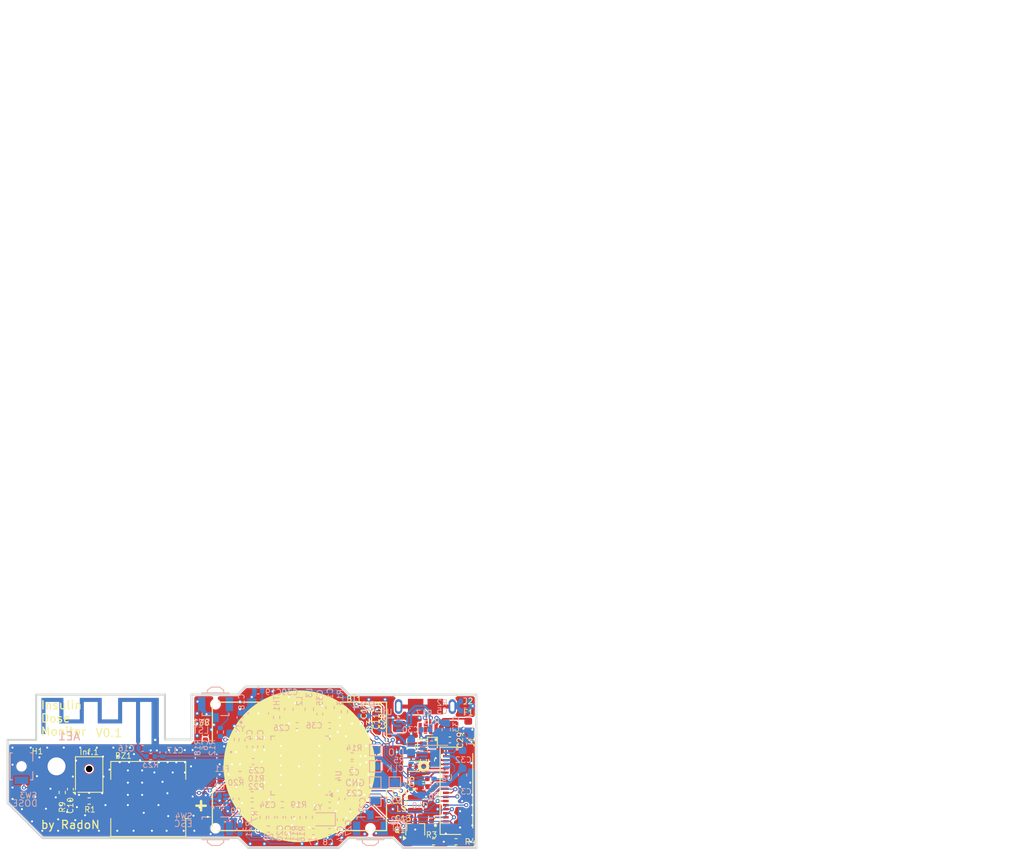
<source format=kicad_pcb>
(kicad_pcb (version 20241229) (generator "pcbnew") (generator_version "9.0")
  (layers (0 "F.Cu" signal) (4 "In1.Cu" signal) (6 "In2.Cu" signal) (2 "B.Cu" signal) (13 "F.Paste" user) (15 "B.Paste" user) (5 "F.SilkS" user "F.Silkscreen") (7 "B.SilkS" user "B.Silkscreen") (1 "F.Mask" user) (3 "B.Mask" user) (25 "Edge.Cuts" user))
  (net 0 "")
  (net 1 "GND")
  (net 2 "Net-(AE1-PCB_Trace)")
  (net 3 "Net-(U3-bat)")
  (net 4 "/Smps")
  (net 5 "/usb")
  (net 6 "/Vddrf")
  (net 7 "Net-(J2-Shield)")
  (net 8 "/esc")
  (net 9 "Net-(U4-PC14)")
  (net 10 "Net-(U4-PC15)")
  (net 11 "Net-(U2-ADD0)")
  (net 12 "Net-(Inf.1-Vdd)")
  (net 13 "Net-(D3-K)")
  (net 14 "Net-(D1-K)")
  (net 15 "Net-(D3-A)")
  (net 16 "Net-(J1-Pin_3)")
  (net 17 "Net-(J1-Pin_12)")
  (net 18 "Net-(J1-Pin_14)")
  (net 19 "/osc1")
  (net 20 "/osc2")
  (net 21 "/Vdda")
  (net 22 "/ldo")
  (net 23 "Net-(U4-VFBSMPS)")
  (net 24 "/RST")
  (net 25 "Net-(J1-Pin_16)")
  (net 26 "/vcom")
  (net 27 "Net-(U3-sys)")
  (net 28 "/5v")
  (net 29 "/bat")
  (net 30 "Net-(FL1-OUT)")
  (net 31 "Net-(D1-A)")
  (net 32 "Net-(Inf.1-Data)")
  (net 33 "/M_clk")
  (net 34 "Net-(U4-VLXSMPS)")
  (net 35 "Net-(L2-Pad2)")
  (net 36 "/sense")
  (net 37 "/gdr")
  (net 38 "/M_data")
  (net 39 "Net-(U3-iset)")
  (net 40 "/chg")
  (net 41 "Net-(U3-bms)")
  (net 42 "/PWR_Mic")
  (net 43 "/PWR_Tmp")
  (net 44 "Net-(J2-ID)")
  (net 45 "Net-(U4-PH3)")
  (net 46 "/list")
  (net 47 "/enter")
  (net 48 "/dose")
  (net 49 "Net-(U4-PB2)")
  (net 50 "Net-(U3-ntc)")
  (net 51 "/swclk")
  (net 52 "/swdio")
  (net 53 "/USB_D_P")
  (net 54 "/USB_P")
  (net 55 "/USB_N")
  (net 56 "/USB_D_N")
  (net 57 "/Temp_scl")
  (net 58 "/OverTemp")
  (net 59 "/Temp_sda")
  (net 60 "/cen")
  (net 63 "/res")
  (net 64 "/dc")
  (net 65 "/RF")
  (net 66 "/busy")
  (net 67 "/cs")
  (net 68 "Net-(U4-PE4)")
  (net 69 "/D_sclk")
  (net 70 "/D_Mosi")
  (net 71 "Net-(U4-PA2)")
  (net 73 "Net-(J2-VBUS)")
  (net 75 "Net-(BZ1-+)")
  (net 76 "Net-(U4-PA5)")
  (net 77 "Net-(U4-PA6)")
  (net 78 "Net-(BT1-Pad3)")
  (net 79 "Net-(U4-PA0)")
  (footprint "Capacitor_SMD:C_0402_1005Metric" (layer "F.Cu") (at 74.5 164.25 -90)
    (property "Reference" "C28")
    (property "Value" "1u")
  )
  (footprint "Capacitor_SMD:C_0402_1005Metric" (layer "F.Cu") (at 73.5 164.25 90)
    (property "Reference" "C11")
    (property "Value" "1u")
  )
  (footprint "Capacitor_SMD:C_0402_1005Metric" (layer "F.Cu") (at 73.5 166.5)
    (property "Reference" "C15")
    (property "Value" "1u")
  )
  (footprint "Capacitor_SMD:C_0402_1005Metric" (layer "F.Cu") (at 76.75 161.75 180)
    (property "Reference" "C29")
    (property "Value" "1u")
  )
  (footprint "Resistor_SMD:R_0402_1005Metric" (layer "F.Cu") (at 77.5 174.25)
    (property "Reference" "R4")
    (property "Value" "2R2")
  )
  (footprint "Package_TO_SOT_SMD:SOT-323_SC-70" (layer "F.Cu") (at 72.5 172.75 90)
    (property "Reference" "Q1")
    (property "Value" "Si1308EDL" (hide yes))
  )
  (footprint "InsuDos:AMPHENOL_10118193-0001LF" (layer "F.Cu") (at 73.75 157.6705 180)
    (property "Reference" "J2")
    (property "Value" "USB_B_Micro" (hide yes))
  )
  (footprint "Buzzer_Beeper:Buzzer_CUI_CPT-9019S-SMT" (layer "F.Cu") (at 39.75 169 180)
    (property "Reference" "BZ1")
    (property "Value" "Buzzer")
  )
  (footprint "Diode_SMD:D_SOD-882" (layer "F.Cu") (at 72.2 165 180)
    (property "Reference" "D3")
    (property "Value" "PMEG3002")
  )
  (footprint "Resistor_SMD:R_0402_1005Metric" (layer "F.Cu") (at 74.75 174.25)
    (property "Reference" "R3")
    (property "Value" "10k")
  )
  (footprint "Capacitor_SMD:C_0402_1005Metric" (layer "F.Cu") (at 74.5 171.2 -90)
    (property "Reference" "C13")
    (property "Value" "1u")
  )
  (footprint "Capacitor_SMD:C_0402_1005Metric" (layer "F.Cu") (at 74.5 169.25 90)
    (property "Reference" "C37")
    (property "Value" "100n")
  )
  (footprint "Capacitor_SMD:C_0603_1608Metric" (layer "F.Cu") (at 72 162.8 -90)
    (property "Reference" "C12")
    (property "Value" "4u7")
  )
  (footprint "Capacitor_SMD:C_0402_1005Metric" (layer "F.Cu") (at 73.5 167.5)
    (property "Reference" "C14")
    (property "Value" "1u")
  )
  (footprint "Resistor_SMD:R_0402_1005Metric" (layer "F.Cu") (at 29.2 168.2 90)
    (property "Reference" "R9")
    (property "Value" "180")
  )
  (footprint "InsuDos:BATT_HLDR_via" (layer "F.Cu") (at 58.29315 165 180)
    (property "Reference" "BT1")
    (property "Value" "lir2032" (hide yes))
  )
  (footprint "InsuDos:IND_TAIYO_BRC2016_TAY" (layer "F.Cu") (at 72.5 169.6 -90)
    (property "Reference" "L5")
    (property "Value" "47u/0.2A")
  )
  (footprint "Diode_SMD:D_SOD-882" (layer "F.Cu") (at 74.6 162.25 -90)
    (property "Reference" "D2")
    (property "Value" "PMEG3002")
  )
  (footprint "Capacitor_SMD:C_0402_1005Metric" (layer "F.Cu") (at 30.2 167.8 -90)
    (property "Reference" "C10")
    (property "Value" "100n")
  )
  (footprint "Sensor_Audio:Infineon_PG-LLGA-5-2" (layer "F.Cu") (at 32.5 166 90)
    (property "Reference" "Inf.1")
    (property "Value" "IM67D120AXTSA1")
  )
  (footprint "InsuDos:MOLEX_503480-1800" (layer "F.Cu") (at 77.75 168 90)
    (property "Reference" "J1")
    (property "Value" "E-paper(C097)" (hide yes))
  )
  (footprint "Diode_SMD:D_SOD-882" (layer "F.Cu") (at 73.4 162.5 -90)
    (property "Reference" "D1")
    (property "Value" "PMEG3002")
  )
  (footprint "Resistor_SMD:R_0402_1005Metric" (layer "F.Cu") (at 32.5 169.25 180)
    (property "Reference" "R1")
    (property "Value" "10")
  )
  (footprint "MountingHole:MountingHole_2.2mm_M2_ISO14580_Pad_TopBottom" (layer "F.Cu") (at 28.5 165)
    (property "Reference" "H1")
    (property "Value" "MountingHole_Pad")
  )
  (footprint "Fuse:Fuse_0603_1608Metric" (layer "F.Cu") (at 79 160.25 -90)
    (property "Reference" "F1")
    (property "Value" "16V/80mA")
  )
  (footprint "Capacitor_SMD:C_0402_1005Metric" (layer "F.Cu") (at 46.75 161.25 -90)
    (property "Reference" "C38")
    (property "Value" "100p")
  )
  (footprint "Resistor_SMD:R_0402_1005Metric" (layer "B.Cu") (at 74.8 167.05 90)
    (property "Reference" "R6")
    (property "Value" "470k")
  )
  (footprint "Capacitor_SMD:C_0402_1005Metric" (layer "B.Cu") (at 60 173)
    (property "Reference" "C7")
    (property "Value" "4p")
  )
  (footprint "Crystal:Crystal_SMD_2012-2Pin_2.0x1.2mm" (layer "B.Cu") (at 61.5 171.5 180)
    (property "Reference" "Y1")
    (property "Value" "32.768k")
  )
  (footprint "Package_TO_SOT_SMD:SOT-666" (layer "B.Cu") (at 69.55 160.05 180)
    (property "Reference" "U1")
    (property "Value" "USBLC6-2P6")
  )
  (footprint "Capacitor_SMD:C_0603_1608Metric" (layer "B.Cu") (at 49.8 161.7 90)
    (property "Reference" "C6")
    (property "Value" "4u7")
  )
  (footprint "Inductor_SMD:L_0603_1608Metric" (layer "B.Cu") (at 59.5 158 -90)
    (property "Reference" "L3")
    (property "Value" "10uH")
  )
  (footprint "Resistor_SMD:R_0402_1005Metric" (layer "B.Cu") (at 52.5 168.5 180)
    (property "Reference" "R10")
    (property "Value" "180")
  )
  (footprint "Resistor_SMD:R_0402_1005Metric" (layer "B.Cu") (at 53.852 171.27 -90)
    (property "Reference" "R7")
    (property "Value" "47k")
  )
  (footprint "Capacitor_SMD:C_0603_1608Metric" (layer "B.Cu") (at 62.05 157.8 90)
    (property "Reference" "C1")
    (property "Value" "4u7")
  )
  (footprint "Capacitor_SMD:C_0402_1005Metric" (layer "B.Cu") (at 60.8 158.6 90)
    (property "Reference" "C35")
    (property "Value" "100n")
  )
  (footprint "Capacitor_SMD:C_0402_1005Metric" (layer "B.Cu") (at 63.5 169 -90)
    (property "Reference" "C23")
    (property "Value" "100n")
  )
  (footprint "Resistor_SMD:R_0402_1005Metric" (layer "B.Cu") (at 74.5 161.5)
    (property "Reference" "R15")
    (property "Value" "10k")
  )
  (footprint "TestPoint:TestPoint_Pad_1.0x1.0mm" (layer "B.Cu") (at 67.6 165)
    (property "Reference" "TP1" (hide yes))
    (property "Value" "TestPoint")
  )
  (footprint "Capacitor_SMD:C_0402_1005Metric" (layer "B.Cu") (at 39.05 162.8)
    (property "Reference" "C16")
    (property "Value" "DNP")
  )
  (footprint "Capacitor_SMD:C_0402_1005Metric" (layer "B.Cu") (at 62 169.75)
    (property "Reference" "C24")
    (property "Value" "100n")
  )
  (footprint "TestPoint:TestPoint_Pad_1.0x1.0mm" (layer "B.Cu") (at 67.6 167)
    (property "Reference" "TP2" (hide yes))
    (property "Value" "TestPoint")
  )
  (footprint "Package_DFN_QFN:QFN-48-1EP_7x7mm_P0.5mm_EP5.6x5.6mm" (layer "B.Cu") (at 58.4 164.9 90)
    (property "Reference" "U4")
    (property "Value" "STM32WB55CGUx")
  )
  (footprint "Capacitor_SMD:C_0603_1608Metric" (layer "B.Cu") (at 57 158 -90)
    (property "Reference" "C39")
    (property "Value" "4u7")
  )
  (footprint "Resistor_SMD:R_0402_1005Metric" (layer "B.Cu") (at 56.2 169.7 180)
    (property "Reference" "R19")
    (property "Value" "180")
  )
  (footprint "Capacitor_SMD:C_0402_1005Metric" (layer "B.Cu") (at 52.6 164.4 180)
    (property "Reference" "C25")
    (property "Value" "100n")
  )
  (footprint "TestPoint:TestPoint_Pad_1.0x1.0mm" (layer "B.Cu") (at 67.6 163)
    (property "Reference" "TP3" (hide yes))
    (property "Value" "TestPoint")
  )
  (footprint "Resistor_SMD:R_0402_1005Metric" (layer "B.Cu") (at 64.75 163.75)
    (property "Reference" "R14")
    (property "Value" "220")
  )
  (footprint "Resistor_SMD:R_0402_1005Metric" (layer "B.Cu") (at 51 172.75 -90)
    (property "Reference" "R21")
    (property "Value" "180")
  )
  (footprint "Capacitor_SMD:C_0402_1005Metric" (layer "B.Cu") (at 50.5 169 -90)
    (property "Reference" "C9")
    (property "Value" "100n")
  )
  (footprint "Resistor_SMD:R_0402_1005Metric" (layer "B.Cu") (at 52.5 169.75 180)
    (property "Reference" "R22")
    (property "Value" "180")
  )
  (footprint "Capacitor_SMD:C_0402_1005Metric" (layer "B.Cu") (at 58 160)
    (property "Reference" "C26")
    (property "Value" "100n")
  )
  (footprint "Resistor_SMD:R_0402_1005Metric" (layer "B.Cu") (at 78.6 157 180)
    (property "Reference" "R2")
    (property "Value" "470k")
  )
  (footprint "TestPoint:TestPoint_Pad_1.0x1.0mm" (layer "B.Cu") (at 70 167 180)
    (property "Reference" "TP5" (hide yes))
    (property "Value" "TestPoint")
  )
  (footprint "Button_Switch_SMD:SW_SPST_B3U-3100P-B" (layer "B.Cu") (at 48 158.2 180)
    (property "Reference" "SW1")
    (property "Value" "list")
  )
  (footprint "Capacitor_SMD:C_0402_1005Metric" (layer "B.Cu") (at 53.25 155.75 180)
    (property "Reference" "C19")
    (property "Value" "4p")
  )
  (footprint "InsuDos:stns01" (layer "B.Cu") (at 75 164 180)
    (property "Reference" "U3")
    (property "Value" "STNS01" (hide yes))
  )
  (footprint "Resistor_SMD:R_0402_1005Metric" (layer "B.Cu") (at 51 166 180)
    (property "Reference" "R20")
    (property "Value" "180")
  )
  (footprint "Capacitor_SMD:C_0402_1005Metric" (layer "B.Cu") (at 51 159 90)
    (property "Reference" "C18")
    (property "Value" "4p")
  )
  (footprint "Resistor_SMD:R_0402_1005Metric" (layer "B.Cu") (at 63.8 158.3 -90)
    (property "Reference" "R13")
    (property "Value" "220")
  )
  (footprint "Capacitor_SMD:C_0603_1608Metric" (layer "B.Cu") (at 65.05 170.3 -90)
    (property "Reference" "C22")
    (property "Value" "4u7")
  )
  (footprint "Resistor_SMD:R_0402_1005Metric" (layer "B.Cu") (at 40.05 163.8)
    (property "Reference" "R23")
    (property "Value" "0R")
  )
  (footprint "Resistor_SMD:R_0402_1005Metric" (layer "B.Cu") (at 55.5 159 -90)
    (property "Reference" "TH1")
    (property "Value" "10k/ntc")
  )
  (footprint "Capacitor_SMD:C_0603_1608Metric" (layer "B.Cu") (at 72 162.5 90)
    (property "Reference" "C30")
    (property "Value" "4u7")
  )
  (footprint "Capacitor_SMD:C_0402_1005Metric" (layer "B.Cu") (at 63.3 171.55 -90)
    (property "Reference" "C27")
    (property "Value" "100n")
  )
  (footprint "TestPoint:TestPoint_Pad_1.0x1.0mm" (layer "B.Cu") (at 67.6 169.2)
    (property "Reference" "TP4" (hide yes))
    (property "Value" "TestPoint")
  )
  (footprint "Capacitor_SMD:C_0402_1005Metric" (layer "B.Cu") (at 62 173 180)
    (property "Reference" "C8")
    (property "Value" "4p")
  )
  (footprint "Resistor_SMD:R_0402_1005Metric" (layer "B.Cu") (at 59.5 171.25 90)
    (property "Reference" "R16")
    (property "Value" "10k")
  )
  (footprint "Capacitor_SMD:C_0402_1005Metric" (layer "B.Cu") (at 55.926 171.25 -90)
    (property "Reference" "C20")
    (property "Value" "100n")
  )
  (footprint "RF_Antenna:Texas_SWRA117D_2.4GHz_Right" (layer "B.Cu") (at 38.5 161.75 180)
    (property "Reference" "AE1")
    (property "Value" "Antenna_Chip")
  )
  (footprint "Capacitor_SMD:C_0402_1005Metric" (layer "B.Cu") (at 56.958 171.25 -90)
    (property "Reference" "C21")
    (property "Value" "1u")
  )
  (footprint "Resistor_SMD:R_0402_1005Metric" (layer "B.Cu") (at 72 165 -90)
    (property "Reference" "R5")
    (property "Value" "12k")
  )
  (footprint "Resistor_SMD:R_0402_1005Metric" (layer "B.Cu") (at 51.25 161.75 90)
    (property "Reference" "R12")
    (property "Value" "220")
  )
  (footprint "Capacitor_SMD:C_0603_1608Metric" (layer "B.Cu") (at 76.3 160.5 -90)
    (property "Reference" "C33")
    (property "Value" "4u7")
  )
  (footprint "Resistor_SMD:R_0402_1005Metric" (layer "B.Cu") (at 48.6 160.8 90)
    (property "Reference" "R18")
    (property "Value" "180")
  )
  (footprint "Resistor_SMD:R_0402_1005Metric" (layer "B.Cu") (at 66.2 158.8 180)
    (property "Reference" "R24")
    (property "Value" "10k")
  )
  (footprint "Resistor_SMD:R_0402_1005Metric" (layer "B.Cu") (at 54.5 172.7 180)
    (property "Reference" "R8")
    (property "Value" "470k")
  )
  (footprint "Button_Switch_SMD:SW_SPST_B3U-1100P-B" (layer "B.Cu") (at 25.02 165 -90)
    (property "Reference" "SW3")
    (property "Value" "dose")
  )
  (footprint "Capacitor_SMD:C_0603_1608Metric" (layer "B.Cu") (at 73.25 167.75 90)
    (property "Reference" "C40")
    (property "Value" "4u7")
  )
  (footprint "Inductor_SMD:L_0402_1005Metric" (layer "B.Cu") (at 58.25 158.5 90)
    (property "Reference" "L2")
    (property "Value" "10nH")
  )
  (footprint "Button_Switch_SMD:SW_SPST_B3U-3100P-B" (layer "B.Cu") (at 67 171.78)
    (property "Reference" "SW2")
    (property "Value" "enter")
  )
  (footprint "InsuDos:XTAL_ABM8W-32.0000MHZ-4-B1U-T3" (layer "B.Cu") (at 53.25 158.5)
    (property "Reference" "Y2")
    (property "Value" "32MHz" (hide yes))
  )
  (footprint "InsuDos:St_filter" (layer "B.Cu") (at 50.5 164 -90)
    (property "Reference" "FL1")
    (property "Value" "BFCN-2435")
  )
  (footprint "Button_Switch_SMD:SW_SPST_B3U-3100P-B" (layer "B.Cu") (at 48 171.78)
    (property "Reference" "SW4")
    (property "Value" "esc")
  )
  (footprint "Capacitor_SMD:C_0402_1005Metric" (layer "B.Cu") (at 52.2 162.6 -90)
    (property "Reference" "C4")
    (property "Value" "100p")
  )
  (footprint "Capacitor_SMD:C_0603_1608Metric" (layer "B.Cu") (at 78.3 162.25 -90)
    (property "Reference" "C32")
    (property "Value" "4u7")
  )
  (footprint "Capacitor_SMD:C_0402_1005Metric" (layer "B.Cu") (at 54.894 171.25 -90)
    (property "Reference" "C34")
    (property "Value" "100n")
  )
  (footprint "Capacitor_SMD:C_0603_1608Metric" (layer "B.Cu") (at 78.3 166.05 90)
    (property "Reference" "C31")
    (property "Value" "4u7")
  )
  (footprint "Capacitor_SMD:C_0402_1005Metric" (layer "B.Cu") (at 78.6 158.2)
    (property "Reference" "C5")
    (property "Value" "100n")
  )
  (footprint "Package_TO_SOT_SMD:SOT-563" (layer "B.Cu") (at 48.5 169)
    (property "Reference" "U2")
    (property "Value" "TMP102xxDRL")
  )
  (footprint "Capacitor_SMD:C_0402_1005Metric" (layer "B.Cu") (at 62 160)
    (property "Reference" "C36")
    (property "Value" "100n")
  )
  (footprint "Capacitor_SMD:C_0402_1005Metric" (layer "B.Cu") (at 41.55 163.3 90)
    (property "Reference" "C17")
    (property "Value" "DNP")
  )
  (footprint "Resistor_SMD:R_0402_1005Metric" (layer "B.Cu") (at 58 171.27 -90)
    (property "Reference" "R11")
    (property "Value" "220")
  )
  (footprint "Capacitor_SMD:C_0402_1005Metric" (layer "B.Cu") (at 64.75 164.75)
    (property "Reference" "C2")
    (property "Value" "100n")
  )
  (footprint "Resistor_SMD:R_0402_1005Metric" (layer "B.Cu") (at 73.75 160.5 180)
    (property "Reference" "R17")
    (property "Value" "10k")
  )
  (footprint "Capacitor_SMD:C_0402_1005Metric" (layer "B.Cu") (at 53.52 162.6 -90)
    (property "Reference" "C3")
    (property "Value" "100n")
  )
  (gr_circle (center 58.29315 165) (end 67.5 165) (stroke (width 0.2)) (fill yes) (layer "F.SilkS"))
  (gr_line (start 51.7 155.2) (end 50.7 156.2) (stroke (width 0.25)) (layer "Edge.Cuts"))
  (gr_line (start 22.5 169.5) (end 26.8 173.8) (stroke (width 0.25)) (layer "Edge.Cuts"))
  (gr_line (start 80 156.2) (end 64.4 156.2) (stroke (width 0.25)) (layer "Edge.Cuts"))
  (gr_line (start 50.7 156.2) (end 45.05 156.2) (stroke (width 0.25)) (layer "Edge.Cuts"))
  (gr_line (start 69.8 173.8) (end 64.3 173.8) (stroke (width 0.25)) (layer "Edge.Cuts"))
  (gr_line (start 45.05 156.2) (end 45.05 161.7) (stroke (width 0.25)) (layer "Edge.Cuts"))
  (gr_line (start 22.5 161.75) (end 22.5 169.5) (stroke (width 0.25)) (layer "Edge.Cuts"))
  (gr_line (start 64.3 173.8) (end 63.1 175) (stroke (width 0.25)) (layer "Edge.Cuts"))
  (gr_line (start 22.5 161.75) (end 26 161.75) (stroke (width 0.25)) (layer "Edge.Cuts"))
  (gr_line (start 80 175) (end 71 175) (stroke (width 0.25)) (layer "Edge.Cuts"))
  (gr_line (start 71 175) (end 69.8 173.8) (stroke (width 0.25)) (layer "Edge.Cuts"))
  (gr_line (start 63.1 175) (end 52 175) (stroke (width 0.25)) (layer "Edge.Cuts"))
  (gr_line (start 41.8 156.2) (end 26 156.2) (stroke (width 0.25)) (layer "Edge.Cuts"))
  (gr_line (start 63.4 155.2) (end 51.7 155.2) (stroke (width 0.25)) (layer "Edge.Cuts"))
  (gr_line (start 50.8 173.8) (end 26.8 173.8) (stroke (width 0.25)) (layer "Edge.Cuts"))
  (gr_line (start 80 156.2) (end 80 175) (stroke (width 0.25)) (layer "Edge.Cuts"))
  (gr_line (start 63.4 155.2) (end 64.4 156.2) (stroke (width 0.25)) (layer "Edge.Cuts"))
  (gr_line (start 41.8 156.2) (end 41.8 161.7) (stroke (width 0.25)) (layer "Edge.Cuts"))
  (gr_line (start 45.05 161.7) (end 41.8 161.7) (stroke (width 0.25)) (layer "Edge.Cuts"))
  (gr_line (start 26 161.75) (end 26 156.2) (stroke (width 0.25)) (layer "Edge.Cuts"))
  (gr_line (start 52 175) (end 50.8 173.8) (stroke (width 0.25)) (layer "Edge.Cuts"))
  (gr_text "Insulin\nDose\nMonitor" (at 26.5 161.3 0) (layer "F.SilkS") (effects (font (size 1 1)) (justify left bottom)))
  (gr_text "+" (at 45.1 170.6 0) (layer "F.SilkS") (effects (font (size 1.5 1.5) (thickness 0.3) (bold yes)) (justify left bottom)))
  (gr_text "by RadoN" (at 26.5 172.75 0) (layer "F.SilkS") (effects (font (size 1 1)) (justify left bottom)))
  (gr_text "V0.1" (at 33.2 161.5 0) (layer "F.SilkS") (effects (font (size 1 1)) (justify left bottom)))
  (gr_text "-" (at 57.25 162 0) (layer "F.SilkS") (effects (font (size 1.5 1.5) (thickness 0.3) (bold yes)) (justify left bottom)))
  (gr_text "DIO" (at 71.25 163.75 0) (layer "B.SilkS") (effects (font (size 0.8 0.8) (thickness 0.1)) (justify left bottom mirror)))
  (gr_text "ENT" (at 71.75 173 0) (layer "B.SilkS") (effects (font (size 0.8 0.8) (thickness 0.1)) (justify left bottom mirror)))
  (gr_text "LST\n" (at 47.3 161.05 0) (layer "B.SilkS") (effects (font (size 0.8 0.8) (thickness 0.1)) (justify left bottom mirror)))
  (gr_text "3V" (at 72.5 167.6 0) (layer "B.SilkS") (effects (font (size 0.8 0.8) (thickness 0.1)) (justify left bottom mirror)))
  (gr_text "CLK\n" (at 71.25 165.75 0) (layer "B.SilkS") (effects (font (size 0.8 0.8) (thickness 0.1)) (justify left bottom mirror)))
  (gr_text "GND\n" (at 66.4 167.5 0) (layer "B.SilkS") (effects (font (size 0.8 0.8) (thickness 0.1)) (justify left bottom mirror)))
  (gr_text "DOSE" (at 26.25 170 0) (layer "B.SilkS") (effects (font (size 0.8 0.8) (thickness 0.1)) (justify left bottom mirror)))
  (gr_text "RST" (at 70.9 169.7 0) (layer "B.SilkS") (effects (font (size 0.8 0.8) (thickness 0.1)) (justify left bottom mirror)))
  (gr_text "ESC" (at 45.25 172.5 0) (layer "B.SilkS") (effects (font (size 0.8 0.8) (thickness 0.1)) (justify left bottom mirror)))
  (segment (start 46 161.25) (end 46.75 160.5) (width 0.5) (layer "F.Cu") (net 1))
  (segment (start 31.775 166.065255) (end 31.775 164.975) (width 0.15) (layer "F.Cu") (net 1))
  (segment (start 32.5 166.13) (end 30.62 166.13) (width 0.15) (layer "F.Cu") (net 1))
  (segment (start 47.5 160.5) (end 47.02 160.5) (width 0.5) (layer "F.Cu") (net 1))
  (segment (start 73.7149 168.1949) (end 73.02 167.5) (width 0.2) (layer "F.Cu") (net 1))
  (segment (start 33.7 166.8) (end 33.35 166.8) (width 0.13) (layer "F.Cu") (net 1))
  (segment (start 46.75 160.5) (end 47.5 160.5) (width 0.5) (layer "F.Cu") (net 1))
  (segment (start 40.6 162.85) (end 40.8 163.05) (width 0.9) (layer "F.Cu") (net 1))
  (segment (start 75.9295 161.0705) (end 76.5505 161.0705) (width 0.2) (layer "F.Cu") (net 1))
  (segment (start 32.5 166.13) (end 31.839745 166.13) (width 0.15) (layer "F.Cu") (net 1))
  (segment (start 34.25 166.25) (end 33.7 166.8) (width 0.13) (layer "F.Cu") (net 1))
  (segment (start 77.75 167.25) (end 78 167.5) (width 0.2) (layer "F.Cu") (net 1))
  (segment (start 75.1 161.9) (end 75.9295 161.0705) (width 0.2) (layer "F.Cu") (net 1))
  (segment (start 65.885 161.050007) (end 66.5 161.665007) (width 0.3) (layer "F.Cu") (net 1))
  (segment (start 73.5 163.77) (end 74.5 163.77) (width 0.2) (layer "F.Cu") (net 1))
  (segment (start 40.6 161.75) (end 40.6 162.85) (width 0.9) (layer "F.Cu") (net 1))
  (segment (start 32.68 166.13) (end 33.35 166.8) (width 0.15) (layer "F.Cu") (net 1))
  (segment (start 47.02 160.5) (end 46.75 160.77) (width 0.5) (layer "F.Cu") (net 1))
  (segment (start 66.5 161.665007) (end 66.5 162.5) (width 0.3) (layer "F.Cu") (net 1))
  (segment (start 45.75 161.25) (end 46 161.25) (width 0.5) (layer "F.Cu") (net 1))
  (segment (start 33.5 164) (end 34 164.5) (width 0.15) (layer "F.Cu") (net 1))
  (segment (start 45.434842 162.184842) (end 45.75 161.869684) (width 0.5) (layer "F.Cu") (net 1))
  (segment (start 46.48 160.77) (end 46.75 160.77) (width 0.5) (layer "F.Cu") (net 1))
  (segment (start 74.6 161.9) (end 75.1 161.9) (width 0.2) (layer "F.Cu") (net 1))
  (segment (start 30.62 166.13) (end 30.5 166.25) (width 0.15) (layer "F.Cu") (net 1))
  (segment (start 45.19355 162.75) (end 45.19355 162.426134) (width 0.5) (layer "F.Cu") (net 1))
  (segment (start 45.19355 162.426134) (end 45.577384 162.0423) (width 0.5) (layer "F.Cu") (net 1))
  (segment (start 76.5505 161.0705) (end 77.23 161.75) (width 0.2) (layer "F.Cu") (net 1))
  (segment (start 65.885 160.885) (end 65.885 161.050007) (width 0.3) (layer "F.Cu") (net 1))
  (segment (start 64.75 159.75) (end 65.885 160.885) (width 0.3) (layer "F.Cu") (net 1))
  (segment (start 76.25 167.25) (end 77.75 167.25) (width 0.2) (layer "F.Cu") (net 1))
  (segment (start 35.75 169.75) (end 34.5 169.75) (width 0.5) (layer "F.Cu") (net 1))
  (segment (start 45.75 161.5) (end 46 161.25) (width 0.5) (layer "F.Cu") (net 1))
  (segment (start 34 164.5) (end 36.25 164.5) (width 0.15) (layer "F.Cu") (net 1))
  (segment (start 45.75 161.869684) (end 45.75 161.5) (width 0.5) (layer "F.Cu") (net 1))
  (segment (start 75.095424 167.25) (end 74.150524 168.1949) (width 0.2) (layer "F.Cu") (net 1))
  (segment (start 32.75 164) (end 33.5 164) (width 0.15) (layer "F.Cu") (net 1))
  (segment (start 31.839745 166.13) (end 31.775 166.065255) (width 0.15) (layer "F.Cu") (net 1))
  (segment (start 46 161.25) (end 46.48 160.77) (width 0.5) (layer "F.Cu") (net 1))
  (segment (start 76.25 167.25) (end 75.095424 167.25) (width 0.2) (layer "F.Cu") (net 1))
  (segment (start 74.150524 168.1949) (end 73.7149 168.1949) (width 0.2) (layer "F.Cu") (net 1))
  (segment (start 31.775 164.975) (end 32.75 164) (width 0.15) (layer "F.Cu") (net 1))
  (via (at 28.4 168.8) (size 0.51) (drill 0.25) (layers "F.Cu" "B.Cu") (net 1))
  (via (at 26.75 172.9) (size 0.51) (drill 0.25) (layers "F.Cu" "B.Cu") (net 1))
  (via (at 78 167.5) (size 0.51) (drill 0.25) (layers "F.Cu" "B.Cu") (net 1))
  (via (at 67.7 173.2) (size 0.51) (drill 0.25) (layers "F.Cu" "B.Cu") (net 1))
  (via (at 65.75 164.75) (size 0.51) (drill 0.25) (layers "F.Cu" "B.Cu") (net 1))
  (via (at 72 161) (size 0.51) (drill 0.25) (layers "F.Cu" "B.Cu") (net 1))
  (via (at 79.25 174.25) (size 0.51) (drill 0.25) (layers "F.Cu" "B.Cu") (net 1))
  (via (at 25.5 171.75) (size 0.51) (drill 0.25) (layers "F.Cu" "B.Cu") (net 1))
  (via (at 31 170) (size 0.51) (drill 0.25) (layers "F.Cu" "B.Cu") (net 1))
  (via (at 29.385713 162.7) (size 0.51) (drill 0.25) (layers "F.Cu" "B.Cu") (net 1))
  (via (at 40.2 172.9) (size 0.51) (drill 0.25) (layers "F.Cu" "B.Cu") (net 1))
  (via (at 68.8 156.8) (size 0.51) (drill 0.25) (layers "F.Cu" "B.Cu") (net 1))
  (via (at 73.806702 169.94) (size 0.51) (drill 0.25) (layers "F.Cu" "B.Cu") (net 1))
  (via (at 64.75 159.75) (size 0.51) (drill 0.25) (layers "F.Cu" "B.Cu") (net 1))
  (via (at 30.5 166.25) (size 0.51) (drill 0.25) (layers "F.Cu" "B.Cu") (net 1))
  (via (at 25.328571 162.7) (size 0.51) (drill 0.25) (layers "F.Cu" "B.Cu") (net 1))
  (via (at 56 166.0625) (size 0.51) (drill 0.25) (layers "F.Cu" "B.Cu") (net 1))
  (via (at 79.4 162) (size 0.51) (drill 0.25) (layers "F.Cu" "B.Cu") (net 1))
  (via (at 34.1 168.3) (size 0.51) (drill 0.25) (layers "F.Cu" "B.Cu") (net 1))
  (via (at 62.25 174.5) (size 0.51) (drill 0.25) (layers "F.Cu" "B.Cu") (net 1))
  (via (at 27.2 170.2) (size 0.51) (drill 0.25) (layers "F.Cu" "B.Cu") (net 1))
  (via (at 44.229032 163) (size 0.51) (drill 0.25) (layers "F.Cu" "B.Cu") (net 1))
  (via (at 29 169.8) (size 0.51) (drill 0.25) (layers "F.Cu" "B.Cu") (net 1))
  (via (at 36 163.8) (size 0.51) (drill 0.25) (layers "F.Cu" "B.Cu") (net 1))
  (via (at 56 164.875) (size 0.51) (drill 0.25) (layers "F.Cu" "B.Cu") (net 1))
  (via (at 38.75 164.25) (size 0.51) (drill 0.25) (layers "F.Cu" "B.Cu") (net 1))
  (via (at 39 167) (size 0.51) (drill 0.25) (layers "F.Cu" "B.Cu") (net 1))
  (via (at 42.1 168.3) (size 0.51) (drill 0.25) (layers "F.Cu" "B.Cu") (net 1))
  (via (at 42.2 171.1) (size 0.51) (drill 0.25) (layers "F.Cu" "B.Cu") (net 1))
  (via (at 30.9 164.3) (size 0.51) (drill 0.25) (layers "F.Cu" "B.Cu") (net 1))
  (via (at 50.5 163.25) (size 0.51) (drill 0.25) (layers "F.Cu" "B.Cu") (net 1))
  (via (at 76 174.25) (size 0.51) (drill 0.25) (layers "F.Cu" "B.Cu") (net 1))
  (via (at 48.5 169.2) (size 0.51) (drill 0.25) (layers "F.Cu" "B.Cu") (net 1))
  (via (at 51 158) (size 0.51) (drill 0.25) (layers "F.Cu" "B.Cu") (net 1))
  (via (at 76.25 173.25) (size 0.51) (drill 0.25) (layers "F.Cu" "B.Cu") (net 1))
  (via (at 34.5 169.75) (size 0.51) (drill 0.25) (layers "F.Cu" "B.Cu") (net 1))
  (via (at 70.75 168) (size 0.51) (drill 0.25) (layers "F.Cu" "B.Cu") (net 1))
  (via (at 78.25 169.25) (size 0.51) (drill 0.25) (layers "F.Cu" "B.Cu") (net 1))
  (via (at 46.9 158.6) (size 0.51) (drill 0.25) (layers "F.Cu" "B.Cu") (net 1))
  (via (at 61.75 173.75) (size 0.51) (drill 0.25) (layers "F.Cu" "B.Cu") (net 1))
  (via (at 67 167.25) (size 0.51) (drill 0.25) (layers "F.Cu" "B.Cu") (net 1))
  (via (at 58.6 174.5) (size 0.51) (drill 0.25) (layers "F.Cu" "B.Cu") (net 1))
  (via (at 33.7 172.9) (size 0.51) (drill 0.25) (layers "F.Cu" "B.Cu") (net 1))
  (via (at 45.2 168.7) (size 0.51) (drill 0.25) (layers "F.Cu" "B.Cu") (net 1))
  (via (at 23.1 169) (size 0.51) (drill 0.25) (layers "F.Cu" "B.Cu") (net 1))
  (via (at 79.5 171) (size 0.51) (drill 0.25) (layers "F.Cu" "B.Cu") (net 1))
  (via (at 45.4 172.9) (size 0.51) (drill 0.25) (layers "F.Cu" "B.Cu") (net 1))
  (via (at 66.5 162.5) (size 0.51) (drill 0.25) (layers "F.Cu" "B.Cu") (net 1))
  (via (at 70.7 173.7) (size 0.51) (drill 0.25) (layers "F.Cu" "B.Cu") (net 1))
  (via (at 69.75 170.25) (size 0.51) (drill 0.25) (layers "F.Cu" "B.Cu") (net 1))
  (via (at 62.75 170.5) (size 0.51) (drill 0.25) (layers "F.Cu" "B.Cu") (net 1))
  (via (at 31.2 172.9) (size 0.51) (drill 0.25) (layers "F.Cu" "B.Cu") (net 1))
  (via (at 60.425 174.5) (size 0.51) (drill 0.25) (layers "F.Cu" "B.Cu") (net 1))
  (via (at 26.4 163.9) (size 0.51) (drill 0.25) (layers "F.Cu" "B.Cu") (net 1))
  (via (at 45.75 161.25) (size 0.51) (drill 0.25) (layers "F.Cu" "B.Cu") (net 1))
  (via (at 39.2 170.7) (size 0.51) (drill 0.25) (layers "F.Cu" "B.Cu") (net 1))
  (via (at 66.3 170.55) (size 0.51) (drill 0.25) (layers "F.Cu" "B.Cu") (net 1))
  (via (at 55.75 160.25) (size 0.51) (drill 0.25) (layers "F.Cu" "B.Cu") (net 1))
  (via (at 23.1 162.7) (size 0.51) (drill 0.25) (layers "F.Cu" "B.Cu") (net 1))
  (via (at 51.25 169.5) (size 0.51) (drill 0.25) (layers "F.Cu" "B.Cu") (net 1))
  (via (at 65.5 168.25) (size 0.51) (drill 0.25) (layers "F.Cu" "B.Cu") (net 1))
  (via (at 70.5 162) (size 0.51) (drill 0.25) (layers "F.Cu" "B.Cu") (net 1))
  (via (at 43.1875 164.5) (size 0.51) (drill 0.25) (layers "F.Cu" "B.Cu") (net 1))
  (via (at 55 155.8) (size 0.51) (drill 0.25) (layers "F.Cu" "B.Cu") (net 1))
  (via (at 63.5 173.75) (size 0.51) (drill 0.25) (layers "F.Cu" "B.Cu") (net 1))
  (via (at 73 159.05) (size 0.51) (drill 0.25) (layers "F.Cu" "B.Cu") (net 1))
  (via (at 53 161.5) (size 0.51) (drill 0.25) (layers "F.Cu" "B.Cu") (net 1))
  (via (at 29.8 170.6) (size 0.51) (drill 0.25) (layers "F.Cu" "B.Cu") (net 1))
  (via (at 41 169.75) (size 0.51) (drill 0.25) (layers "F.Cu" "B.Cu") (net 1))
  (via (at 60.75 163.6875) (size 0.51) (drill 0.25) (layers "F.Cu" "B.Cu") (net 1))
  (via (at 45.8 157.05) (size 0.51) (drill 0.25) (layers "F.Cu" "B.Cu") (net 1))
  (via (at 32.4 163.4) (size 0.51) (drill 0.25) (layers "F.Cu" "B.Cu") (net 1))
  (via (at 64 161.3) (size 0.51) (drill 0.25) (layers "F.Cu" "B.Cu") (net 1))
  (via (at 79.545 157.6) (size 0.51) (drill 0.25) (layers "F.Cu" "B.Cu") (net 1))
  (via (at 40.05 163.05) (size 0.51) (drill 0.25) (layers "F.Cu" "B.Cu") (net 1))
  (via (at 56 163.6875) (size 0.51) (drill 0.25) (layers "F.Cu" "B.Cu") (net 1))
  (via (at 45 165) (size 0.51) (drill 0.25) (layers "F.Cu" "B.Cu") (net 1))
  (via (at 60.75 167.25) (size 0.51) (drill 0.25) (layers "F.Cu" "B.Cu") (net 1))
  (via (at 79.4 164.6) (size 0.51) (drill 0.25) (layers "F.Cu" "B.Cu") (net 1))
  (via (at 47.4 173.3) (size 0.51) (drill 0.25) (layers "F.Cu" "B.Cu") (net 1))
  (via (at 79.25 167) (size 0.51) (drill 0.25) (layers "F.Cu" "B.Cu") (net 1))
  (via (at 52.25 174.5) (size 0.51) (drill 0.25) (layers "F.Cu" "B.Cu") (net 1))
  (via (at 56 167.25) (size 0.51) (drill 0.25) (layers "F.Cu" "B.Cu") (net 1))
  (via (at 44.1 172.9) (size 0.51) (drill 0.25) (layers "F.Cu" "B.Cu") (net 1))
  (via (at 42.75 165.75) (size 0.51) (drill 0.25) (layers "F.Cu" "B.Cu") (net 1))
  (via (at 32 171) (size 0.51) (drill 0.25) (layers "F.Cu" "B.Cu") (net 1))
  (via (at 63.25 160) (size 0.51) (drill 0.25) (layers "F.Cu" "B.Cu") (net 1))
  (via (at 57 156.5) (size 0.51) (drill 0.25) (layers "F.Cu" "B.Cu") (net 1))
  (via (at 56 172.5) (size 0.51) (drill 0.25) (layers "F.Cu" "B.Cu") (net 1))
  (via (at 44.25 164.5) (size 0.51) (drill 0.25) (layers "F.Cu" "B.Cu") (net 1))
  (via (at 44.25 165.75) (size 0.51) (drill 0.25) (layers "F.Cu" "B.Cu") (net 1))
  (via (at 79.5 168.5) (size 0.51) (drill 0.25) (layers "F.Cu" "B.Cu") (net 1))
  (via (at 43.264516 163) (size 0.51) (drill 0.25) (layers "F.Cu" "B.Cu") (net 1))
  (via (at 37.25 165.5) (size 0.51) (drill 0.25) (layers "F.Cu" "B.Cu") (net 1))
  (via (at 67.8 158) (size 0.51) (drill 0.25) (layers "F.Cu" "B.Cu") (net 1))
  (via (at 64.55 170.55) (size 0.51) (drill 0.25) (layers "F.Cu" "B.Cu") (net 1))
  (via (at 35.471426 162.7) (size 0.51) (drill 0.25) (layers "F.Cu" "B.Cu") (net 1))
  (via (at 36.25 164.5) (size 0.51) (drill 0.25) (layers "F.Cu" "B.Cu") (net 1))
  (via (at 42.3 163) (size 0.51) (drill 0.25) (layers "F.Cu" "B.Cu") (net 1))
  (via (at 25.9 168.7) (size 0.51) (drill 0.25) (layers "F.Cu" "B.Cu") (net 1))
  (via (at 37.25 167) (size 0.51) (drill 0.25) (layers "F.Cu" "B.Cu") (net 1))
  (via (at 79.5 169.75) (size 0.51) (drill 0.25) (layers "F.Cu" "B.Cu") (net 1))
  (via (at 49.05 162.55) (size 0.51) (drill 0.25) (layers "F.Cu" "B.Cu") (net 1))
  (via (at 48.5 166) (size 0.51) (drill 0.25) (layers "F.Cu" "B.Cu") (net 1))
  (via (at 45.75 159.75) (size 0.51) (drill 0.25) (layers "F.Cu" "B.Cu") (net 1))
  (via (at 72.25 167) (size 0.51) (drill 0.25) (layers "F.Cu" "B.Cu") (net 1))
  (via (at 39 165.5) (size 0.51) (drill 0.25) (layers "F.Cu" "B.Cu") (net 1))
  (via (at 54 174.5) (size 0.51) (drill 0.25) (layers "F.Cu" "B.Cu") (net 1))
  (via (at 31.414284 162.7) (size 0.51) (drill 0.25) (layers "F.Cu" "B.Cu") (net 1))
  (via (at 26.1 166.2) (size 0.51) (drill 0.25) (layers "F.Cu" "B.Cu") (net 1))
  (via (at 24.25 170.25) (size 0.51) (drill 0.25) (layers "F.Cu" "B.Cu") (net 1))
  (via (at 42 172.9) (size 0.51) (drill 0.25) (layers "F.Cu" "B.Cu") (net 1))
  (via (at 27.357142 162.7) (size 0.51) (drill 0.25) (layers "F.Cu" "B.Cu") (net 1))
  (via (at 52.5 170.7) (size 0.51) (drill 0.25) (layers "F.Cu" "B.Cu") (net 1))
  (via (at 38 163.5) (size 0.51) (drill 0.25) (layers "F.Cu" "B.Cu") (net 1))
  (via (at 60.75 166.0625) (size 0.51) (drill 0.25) (layers "F.Cu" "B.Cu") (net 1))
  (via (at 52.5 165.25) (size 0.51) (drill 0.25) (layers "F.Cu" "B.Cu") (net 1))
  (via (at 30.8 171.6) (size 0.51) (drill 0.25) (layers "F.Cu" "B.Cu") (net 1))
  (via (at 47.05 171.2) (size 0.51) (drill 0.25) (layers "F.Cu" "B.Cu") (net 1))
  (via (at 62.05 161.3) (size 0.51) (drill 0.25) (layers "F.Cu" "B.Cu") (net 1))
  (via (at 23.1 164.8) (size 0.51) (drill 0.25) (layers "F.Cu" "B.Cu") (net 1))
  (via (at 37.5 162.7) (size 0.51) (drill 0.25) (layers "F.Cu" "B.Cu") (net 1))
  (via (at 64.5 167) (size 0.51) (drill 0.25) (layers "F.Cu" "B.Cu") (net 1))
  (via (at 47.8 159.9) (size 0.51) (drill 0.25) (layers "F.Cu" "B.Cu") (net 1))
  (via (at 69.75 159) (size 0.51) (drill 0.25) (layers "F.Cu" "B.Cu") (net 1))
  (via (at 75 164) (size 0.51) (drill 0.25) (layers "F.Cu" "B.Cu") (net 1))
  (via (at 33.442855 162.7) (size 0.51) (drill 0.25) (layers "F.Cu" "B.Cu") (net 1))
  (via (at 40.8 163.05) (size 0.51) (drill 0.25) (layers "F.Cu" "B.Cu") (net 1))
  (via (at 78 170.5) (size 0.51) (drill 0.25) (layers "F.Cu" "B.Cu") (net 1))
  (via (at 61.05 157.55) (size 0.51) (drill 0.25) (layers "F.Cu" "B.Cu") (net 1))
  (via (at 54.55 169.05) (size 0.51) (drill 0.25) (layers "F.Cu" "B.Cu") (net 1))
  (via (at 31.25 168.5) (size 0.51) (drill 0.25) (layers "F.Cu" "B.Cu") (net 1))
  (via (at 50.3 160.05) (size 0.51) (drill 0.25) (layers "F.Cu" "B.Cu") (net 1))
  (via (at 41.5 166.9) (size 0.51) (drill 0.25) (layers "F.Cu" "B.Cu") (net 1))
  (via (at 54 161.5) (size 0.51) (drill 0.25) (layers "F.Cu" "B.Cu") (net 1))
  (via (at 58.25 165) (size 0.51) (drill 0.25) (layers "F.Cu" "B.Cu") (net 1))
  (via (at 49.5 170.5) (size 0.51) (drill 0.25) (layers "F.Cu" "B.Cu") (net 1))
  (via (at 41.0625 164.5) (size 0.51) (drill 0.25) (layers "F.Cu" "B.Cu") (net 1))
  (via (at 70.25 172.75) (size 0.51) (drill 0.25) (layers "F.Cu" "B.Cu") (net 1))
  (via (at 61 156.5) (size 0.51) (drill 0.25) (layers "F.Cu" "B.Cu") (net 1))
  (via (at 40 164.5) (size 0.51) (drill 0.25) (layers "F.Cu" "B.Cu") (net 1))
  (via (at 72.5 172.75) (size 0.51) (drill 0.25) (layers "F.Cu" "B.Cu") (net 1))
  (via (at 60.75 162.5) (size 0.51) (drill 0.25) (layers "F.Cu" "B.Cu") (net 1))
  (via (at 35 165.4) (size 0.51) (drill 0.25) (layers "F.Cu" "B.Cu") (net 1))
  (via (at 60.155 169.75) (size 0.51) (drill 0.25) (layers "F.Cu" "B.Cu") (net 1))
  (via (at 45.75 158.5) (size 0.51) (drill 0.25) (layers "F.Cu" "B.Cu") (net 1))
  (via (at 42.125 164.5) (size 0.51) (drill 0.25) (layers "F.Cu" "B.Cu") (net 1))
  (via (at 28.7 172.9) (size 0.51) (drill 0.25) (layers "F.Cu" "B.Cu") (net 1))
  (via (at 62.75 172.5) (size 0.51) (drill 0.25) (layers "F.Cu" "B.Cu") (net 1))
  (via (at 75.25 170.25) (size 0.51) (drill 0.25) (layers "F.Cu" "B.Cu") (net 1))
  (via (at 59.5 172.5) (size 0.51) (drill 0.25) (layers "F.Cu" "B.Cu") (net 1))
  (via (at 57.365568 172.21975) (size 0.51) (drill 0.25) (layers "F.Cu" "B.Cu") (net 1))
  (via (at 52.45 156.5) (size 0.51) (drill 0.25) (layers "F.Cu" "B.Cu") (net 1))
  (via (at 37.25 169.75) (size 0.51) (drill 0.25) (layers "F.Cu" "B.Cu") (net 1))
  (via (at 37.95 172.9) (size 0.51) (drill 0.25) (layers "F.Cu" "B.Cu") (net 1))
  (via (at 64.3 172.05) (size 0.51) (drill 0.25) (layers "F.Cu" "B.Cu") (net 1))
  (via (at 27.75 167.75) (size 0.51) (drill 0.25) (layers "F.Cu" "B.Cu") (net 1))
  (via (at 37.25 168.5) (size 0.51) (drill 0.25) (layers "F.Cu" "B.Cu") (net 1))
  (via (at 78 172.5) (size 0.51) (drill 0.25) (layers "F.Cu" "B.Cu") (net 1))
  (via (at 30.2 169.2) (size 0.51) (drill 0.25) (layers "F.Cu" "B.Cu") (net 1))
  (via (at 32.5 168.25) (size 0.51) (drill 0.25) (layers "F.Cu" "B.Cu") (net 1))
  (via (at 52.8 163) (size 0.51) (drill 0.25) (layers "F.Cu" "B.Cu") (net 1))
  (via (at 53.25 158.5) (size 0.51) (drill 0.25) (layers "F.Cu" "B.Cu") (net 1))
  (via (at 66.75 166) (size 0.51) (drill 0.25) (layers "F.Cu" "B.Cu") (net 1))
  (via (at 63.05 169.48) (size 0.51) (drill 0.25) (layers "F.Cu" "B.Cu") (net 1))
  (via (at 45.19355 163) (size 0.51) (drill 0.25) (layers "F.Cu" "B.Cu") (net 1))
  (via (at 75.1 159.05) (size 0.51) (drill 0.25) (layers "F.Cu" "B.Cu") (net 1))
  (via (at 47.5 160.5) (size 0.51) (drill 0.25) (layers "F.Cu" "B.Cu") (net 1))
  (via (at 66.3 173.3) (size 0.51) (drill 0.25) (layers "F.Cu" "B.Cu") (net 1))
  (via (at 60 173.75) (size 0.51) (drill 0.25) (layers "F.Cu" "B.Cu") (net 1))
  (via (at 57 159.75) (size 0.51) (drill 0.25) (layers "F.Cu" "B.Cu") (net 1))
  (via (at 48.5 164.75) (size 0.51) (drill 0.25) (layers "F.Cu" "B.Cu") (net 1))
  (via (at 34.2 163.8) (size 0.51) (drill 0.25) (layers "F.Cu" "B.Cu") (net 1))
  (via (at 50 164.75) (size 0.51) (drill 0.25) (layers "F.Cu" "B.Cu") (net 1))
  (via (at 46.8 168.55) (size 0.51) (drill 0.25) (layers "F.Cu" "B.Cu") (net 1))
  (via (at 40.5 165.75) (size 0.51) (drill 0.25) (layers "F.Cu" "B.Cu") (net 1))
  (via (at 54 163) (size 0.51) (drill 0.25) (layers "F.Cu" "B.Cu") (net 1))
  (via (at 79.5 172.25) (size 0.51) (drill 0.25) (layers "F.Cu" "B.Cu") (net 1))
  (via (at 57.75 157.25) (size 0.51) (drill 0.25) (layers "F.Cu" "B.Cu") (net 1))
  (via (at 39 168.5) (size 0.51) (drill 0.25) (layers "F.Cu" "B.Cu") (net 1))
  (via (at 34.25 166.25) (size 0.51) (drill 0.25) (layers "F.Cu" "B.Cu") (net 1))
  (via (at 45.3 171.05) (size 0.51) (drill 0.25) (layers "F.Cu" "B.Cu") (net 1))
  (via (at 60.75 164.875) (size 0.51) (drill 0.25) (layers "F.Cu" "B.Cu") (net 1))
  (via (at 37.4 164.5) (size 0.51) (drill 0.25) (layers "F.Cu" "B.Cu") (net 1))
  (via (at 28.7 171.5) (size 0.51) (drill 0.25) (layers "F.Cu" "B.Cu") (net 1))
  (via (at 66.8 156.8) (size 0.51) (drill 0.25) (layers "F.Cu" "B.Cu") (net 1))
  (via (at 51 164.75) (size 0.51) (drill 0.25) (layers "F.Cu" "B.Cu") (net 1))
  (via (at 56 162.5) (size 0.51) (drill 0.25) (layers "F.Cu" "B.Cu") (net 1))
  (via (at 46.05 170.05) (size 0.51) (drill 0.25) (layers "F.Cu" "B.Cu") (net 1))
  (via (at 51 157.1) (size 0.51) (drill 0.25) (layers "F.Cu" "B.Cu") (net 1))
  (via (at 35.95 172.9) (size 0.51) (drill 0.25) (layers "F.Cu" "B.Cu") (net 1))
  (via (at 23.1 167.6) (size 0.51) (drill 0.25) (layers "F.Cu" "B.Cu") (net 1))
  (segment (start 57 159.75) (end 57.29 159.75) (width 0.5) (layer "B.Cu") (net 1))
  (segment (start 63.25 160) (end 64.5 160) (width 0.5) (layer "B.Cu") (net 1))
  (segment (start 53.425 158.5) (end 54.05 159.125) (width 0.5) (layer "B.Cu") (net 1))
  (segment (start 50.5 164.254) (end 50.506829 164.256828) (width 0.2) (layer "B.Cu") (net 1))
  (segment (start 45.9 172.9) (end 46.3 172.5) (width 0.13) (layer "B.Cu") (net 1))
  (segment (start 57.365568 172.21975) (end 57 171.854182) (width 0.5) (layer "B.Cu") (net 1))
  (segment (start 63.22 172.03) (end 63.3 172.03) (width 0.5) (layer "B.Cu") (net 1))
  (segment (start 61 157.225) (end 61 157.87) (width 0.5) (layer "B.Cu") (net 1))
  (segment (start 74.26 160.09) (end 74.26 160.5) (width 0.287) (layer "B.Cu") (net 1))
  (segment (start 62.75 169.48) (end 63.5 169.48) (width 0.5) (layer "B.Cu") (net 1))
  (segment (start 54.9625 163.15) (end 54.15 163.15) (width 0.2) (layer "B.Cu") (net 1))
  (segment (start 50.5 163.746) (end 50.5 164.254) (width 0.2) (layer "B.Cu") (net 1))
  (segment (start 54.05 159.125) (end 54.05 159.6) (width 0.5) (layer "B.Cu") (net 1))
  (segment (start 75.1 159.25) (end 74.26 160.09) (width 0.287) (layer "B.Cu") (net 1))
  (segment (start 79.545 157.6) (end 79.11 157.165) (width 0.5) (layer "B.Cu") (net 1))
  (segment (start 55.5 159.51) (end 55.5 160) (width 0.5) (layer "B.Cu") (net 1))
  (segment (start 64.5 160) (end 64.75 159.75) (width 0.5) (layer "B.Cu") (net 1))
  (segment (start 61.225 157) (end 62 157) (width 0.5) (layer "B.Cu") (net 1))
  (segment (start 62.48 173.309999) (end 62.079999 173.71) (width 0.5) (layer "B.Cu") (net 1))
  (segment (start 56 172.5) (end 56 171.73) (width 0.5) (layer "B.Cu") (net 1))
  (segment (start 54 163) (end 52.8 163) (width 0.2) (layer "B.Cu") (net 1))
  (segment (start 72 165.51) (end 72.49 165.51) (width 0.13) (layer "B.Cu") (net 1))
  (segment (start 49.913001 164.254) (end 49.913001 164.539966) (width 0.2) (layer "B.Cu") (net 1))
  (segment (start 52.8 163) (end 50.75 163) (width 0.2) (layer "B.Cu") (net 1))
  (segment (start 75.1 159.05) (end 75.1 159.25) (width 0.287) (layer "B.Cu") (net 1))
  (segment (start 46.9 158.6) (end 47.58 158.6) (width 0.5) (layer "B.Cu") (net 1))
  (segment (start 61.75 173.75) (end 61.71 173.71) (width 0.5) (layer "B.Cu") (net 1))
  (segment (start 64.525 170.55) (end 64.62 170.645) (width 0.5) (layer "B.Cu") (net 1))
  (segment (start 52.02 164.77) (end 52.02 164.5) (width 0.5) (layer "B.Cu") (net 1))
  (segment (start 53 158.5) (end 53.25 158.5) (width 0.5) (layer "B.Cu") (net 1))
  (segment (start 50.5 163.25) (end 50 162.75) (width 0.2) (layer "B.Cu") (net 1))
  (segment (start 65.05 171.075) (end 64.55 170.575) (width 0.5) (layer "B.Cu") (net 1))
  (segment (start 59.52 173.52) (end 59.52 173) (width 0.5) (layer "B.Cu") (net 1))
  (segment (start 40.6 161.75) (end 40.6 162.466667) (width 0.9) (layer "B.Cu") (net 1))
  (segment (start 60.04 173.71) (end 60 173.75) (width 0.5) (layer "B.Cu") (net 1))
  (segment (start 72.25 167) (end 73.225 167) (width 0.5) (layer "B.Cu") (net 1))
  (segment (start 79.11 157.165) (end 79.11 157) (width 0.5) (layer "B.Cu") (net 1))
  (segment (start 52.45 157.4) (end 52.45 157.95) (width 0.5) (layer "B.Cu") (net 1))
  (segment (start 51 158) (end 51 158.52) (width 0.5) (layer "B.Cu") (net 1))
  (segment (start 68.05 173.2) (end 68.75 172.5) (width 0.5) (layer "B.Cu") (net 1))
  (segment (start 78.3 166.825) (end 79.075 166.825) (width 0.5) (layer "B.Cu") (net 1))
  (segment (start 51.086999 164.254) (end 51.086999 164.539966) (width 0.2) (layer "B.Cu") (net 1))
  (segment (start 47.58 158.6) (end 48 159.02) (width 0.5) (layer "B.Cu") (net 1))
  (segment (start 59.5 171.91) (end 59.5 172.5) (width 0.5) (layer "B.Cu") (net 1))
  (segment (start 65.23 164.75) (end 65.75 164.75) (width 0.2) (layer "B.Cu") (net 1))
  (segment (start 52.45 157.95) (end 53 158.5) (width 0.5) (layer "B.Cu") (net 1))
  (segment (start 79.4 162) (end 78.825 162) (width 0.5) (layer "B.Cu") (net 1))
  (segment (start 70.05 160.05) (end 69.75 159.75) (width 0.25) (layer "B.Cu") (net 1))
  (segment (start 48.75 162.5) (end 48.75 162.75) (width 0.5) (layer "B.Cu") (net 1))
  (segment (start 51 158.52) (end 51.33 158.52) (width 0.5) (layer "B.Cu") (net 1))
  (segment (start 57.75 157.25) (end 57.025 157.25) (width 0.5) (layer "B.Cu") (net 1))
  (segment (start 61.79 173.71) (end 61.75 173.75) (width 0.5) (layer "B.Cu") (net 1))
  (segment (start 79.075 166.825) (end 79.25 167) (width 0.5) (layer "B.Cu") (net 1))
  (segment (start 40.6 162.466667) (end 40.833333 162.7) (width 0.13) (layer "B.Cu") (net 1))
  (segment (start 75.1 159.05) (end 75.775 159.725) (width 0.5) (layer "B.Cu") (net 1))
  (segment (start 47.05 171.2) (end 47.76 171.2) (width 0.5) (layer "B.Cu") (net 1))
  (segment (start 70.475 160.05) (end 70.05 160.05) (width 0.25) (layer "B.Cu") (net 1))
  (segment (start 64.55 170.575) (end 64.55 170.55) (width 0.5) (layer "B.Cu") (net 1))
  (segment (start 66.59 170.55) (end 67 170.96) (width 0.5) (layer "B.Cu") (net 1))
  (segment (start 67.7 173.2) (end 68.05 173.2) (width 0.5) (layer "B.Cu") (net 1))
  (segment (start 55.5 160) (end 55.75 160.25) (width 0.5) (layer "B.Cu") (net 1))
  (segment (start 59.71 173.71) (end 59.52 173.52) (width 0.5) (layer "B.Cu") (net 1))
  (segment (start 50.5 164.254) (end 50.493171 164.256828) (width 0.2) (layer "B.Cu") (net 1))
  (segment (start 75 164.34) (end 74.215 165.125) (width 0.2) (layer "B.Cu") (net 1))
  (segment (start 51.33 158.52) (end 52.45 157.4) (width 0.5) (layer "B.Cu") (net 1))
  (segment (start 61 157.225) (end 61.225 157) (width 0.5) (layer "B.Cu") (net 1))
  (segment (start 64.295 172.03) (end 64.3 172.035) (width 0.5) (layer "B.Cu") (net 1))
  (segment (start 66.3 170.55) (end 66.59 170.55) (width 0.5) (layer "B.Cu") (net 1))
  (segment (start 47.75 169) (end 48.3 169) (width 0.2) (layer "B.Cu") (net 1))
  (segment (start 50.5 169.48) (end 51.23 169.48) (width 0.5) (layer "B.Cu") (net 1))
  (segment (start 62.75 172.5) (end 63.22 172.03) (width 0.5) (layer "B.Cu") (net 1))
  (segment (start 62.079999 173.71) (end 61.79 173.71) (width 0.5) (layer "B.Cu") (net 1))
  (segment (start 52.45 156.5) (end 52.77 156.18) (width 0.5) (layer "B.Cu") (net 1))
  (segment (start 47.76 171.2) (end 48 170.96) (width 0.5) (layer "B.Cu") (net 1))
  (segment (start 55.25 171.75) (end 55.25 171.73) (width 0.5) (layer "B.Cu") (net 1))
  (segment (start 61 157.225) (end 61 156.5) (width 0.5) (layer "B.Cu") (net 1))
  (segment (start 53.902 171.73) (end 55.25 171.73) (width 0.5) (layer "B.Cu") (net 1))
  (segment (start 59.15 161.4625) (end 59.15 164.15) (width 0.2) (layer "B.Cu") (net 1))
  (segment (start 78.825 162) (end 78.3 161.475) (width 0.5) (layer "B.Cu") (net 1))
  (segment (start 62.48 170.23) (end 62.48 169.75) (width 0.5) (layer "B.Cu") (net 1))
  (segment (start 52.5 165.25) (end 52.02 164.77) (width 0.5) (layer "B.Cu") (net 1))
  (segment (start 53.02 161.52) (end 53 161.5) (width 0.5) (layer "B.Cu") (net 1))
  (segment (start 50.75 163) (end 50.5 163.25) (width 0.2) (layer "B.Cu") (net 1))
  (segment (start 52.45 156.5) (end 52.45 157.4) (width 0.5) (layer "B.Cu") (net 1))
  (segment (start 61 157.87) (end 60.8 158.07) (width 0.5) (layer "B.Cu") (net 1))
  (segment (start 59.96 173.71) (end 59.71 173.71) (width 0.5) (layer "B.Cu") (net 1))
  (segment (start 45.4 172.9) (end 45.9 172.9) (width 0.13) (layer "B.Cu") (net 1))
  (segment (start 23.1 164.684) (end 24.384 163.4) (width 0.13) (layer "B.Cu") (net 1))
  (segment (start 48.3 169) (end 48.5 169.2) (width 0.2) (layer "B.Cu") (net 1))
  (segment (start 62.48 160) (end 63.25 160) (width 0.5) (layer "B.Cu") (net 1))
  (segment (start 62.75 170.5) (end 62.48 170.23) (width 0.5) (layer "B.Cu") (net 1))
  (segment (start 53.25 158.5) (end 53.425 158.5) (width 0.5) (layer "B.Cu") (net 1))
  (segment (start 56 171.73) (end 57 171.73) (width 0.2) (layer "B.Cu") (net 1))
  (segment (start 54.15 163.15) (end 54 163) (width 0.2) (layer "B.Cu") (net 1))
  (segment (start 50.5 163.25) (end 50.5 163.746) (width 0.2) (layer "B.Cu") (net 1))
  (segment (start 57.29 159.75) (end 57.54 160) (width 0.5) (layer "B.Cu") (net 1))
  (segment (start 75.775 159.725) (end 76.3 159.725) (width 0.5) (layer "B.Cu") (net 1))
  (segment (start 59.5 172.5) (end 59.5 172.98) (width 0.5) (layer "B.Cu") (net 1))
  (segment (start 60 173.75) (end 59.96 173.71) (width 0.5) (layer "B.Cu") (net 1))
  (segment (start 50 162.75) (end 48.75 162.75) (width 0.2) (layer "B.Cu") (net 1))
  (segment (start 60.8 158.07) (end 60.8 158.12) (width 0.5) (layer "B.Cu") (net 1))
  (segment (start 72 161) (end 72 161.725) (width 0.2) (layer "B.Cu") (net 1))
  (segment (start 62.48 169.75) (end 62.75 169.48) (width 0.5) (layer "B.Cu") (net 1))
  (segment (start 53.852 171.78) (end 53.902 171.73) (width 0.5) (layer "B.Cu") (net 1))
  (segment (start 61.71 173.71) (end 60.04 173.71) (width 0.5) (layer "B.Cu") (net 1))
  (segment (start 62.48 173) (end 62.75 172.73) (width 0.5) (layer "B.Cu") (net 1))
  (segment (start 62.48 173) (end 62.48 173.309999) (width 0.5) (layer "B.Cu") (net 1))
  (segment (start 74.215 165.125) (end 73.565 165.125) (width 0.2) (layer "B.Cu") (net 1))
  (segment (start 64 159.775) (end 64.725 159.775) (width 0.5) (layer "B.Cu") (net 1))
  (segment (start 50.493171 164.256828) (end 50 164.75) (width 0.2) (layer "B.Cu") (net 1))
  (segment (start 57 156.5) (end 57 157.225) (width 0.5) (layer "B.Cu") (net 1))
  (segment (start 79.08 158.065) (end 79.08 158.2) (width 0.5) (layer "B.Cu") (net 1))
  (segment (start 57 171.854182) (end 57 171.73) (width 0.5) (layer "B.Cu") (net 1))
  (segment (start 69.75 159.75) (end 69.75 159) (width 0.25) (layer "B.Cu") (net 1))
  (segment (start 55.25 171.73) (end 57 171.73) (width 0.5) (layer "B.Cu") (net 1))
  (segment (start 64.55 170.55) (end 64.525 170.55) (width 0.5) (layer "B.Cu") (net 1))
  (segment (start 72.875 165.125) (end 73.565 165.125) (width 0.13) (layer "B.Cu") (net 1))
  (segment (start 62.75 172.73) (end 62.75 172.5) (width 0.5) (layer "B.Cu") (net 1))
  (segment (start 67.25 167) (end 67 167.25) (width 0.5) (layer "B.Cu") (net 1))
  (segment (start 46.9 158.6) (end 46.3 158) (width 0.5) (layer "B.Cu") (net 1))
  (segment (start 72.49 165.51) (end 72.875 165.125) (width 0.13) (layer "B.Cu") (net 1))
  (segment (start 79.545 157.6) (end 79.08 158.065) (width 0.5) (layer "B.Cu") (net 1))
  (segment (start 50.506829 164.256828) (end 51 164.75) (width 0.2) (layer "B.Cu") (net 1))
  (segment (start 64.725 159.775) (end 64.75 159.75) (width 0.5) (layer "B.Cu") (net 1))
  (segment (start 56 172.5) (end 55.25 171.75) (width 0.5) (layer "B.Cu") (net 1))
  (segment (start 52.77 156.18) (end 52.77 155.75) (width 0.5) (layer "B.Cu") (net 1))
  (segment (start 51.23 169.48) (end 51.25 169.5) (width 0.5) (layer "B.Cu") (net 1))
  (arc (start 49.913001 164.539966) (mid 49.935612 164.653635) (end 50 164.75) (width 0.2) (layer "B.Cu") (net 1))
  (arc (start 51.086999 164.539966) (mid 51.064388 164.653636) (end 51 164.75) (width 0.2) (layer "B.Cu") (net 1))
  (segment (start 39.23 163.73) (end 38.5 163) (width 0.287) (layer "B.Cu") (net 2))
  (segment (start 38.5 163) (end 38.5 161.75) (width 0.287) (layer "B.Cu") (net 2))
  (segment (start 39.47 163.73) (end 39.23 163.73) (width 0.287) (layer "B.Cu") (net 2))
  (segment (start 70.75 163.664961) (end 70.75 163.25) (width 0.5) (layer "F.Cu") (net 3))
  (segment (start 70.575599 163.075599) (end 70.75 163.25) (width 0.5) (layer "F.Cu") (net 3))
  (via (at 70.25 163.25) (size 0.51) (drill 0.25) (layers "F.Cu" "B.Cu") (net 3))
  (via (at 70.75 162.75) (size 0.51) (drill 0.25) (layers "F.Cu" "B.Cu") (net 3))
  (segment (start 71.094196 162.75) (end 71.819196 163.475) (width 0.5) (layer "B.Cu") (net 3))
  (segment (start 70.25 163.25) (end 71.775 163.25) (width 0.5) (layer "B.Cu") (net 3))
  (segment (start 73.565 162.875) (end 72.6 162.875) (width 0.2) (layer "B.Cu") (net 3))
  (segment (start 72.6 162.875) (end 72 163.475) (width 0.2) (layer "B.Cu") (net 3))
  (segment (start 70.75 162.75) (end 71.094196 162.75) (width 0.5) (layer "B.Cu") (net 3))
  (segment (start 73.565 163.325) (end 72.15 163.325) (width 0.2) (layer "B.Cu") (net 3))
  (segment (start 60.83 159) (end 61.4 159) (width 0.2) (layer "B.Cu") (net 4))
  (segment (start 62.05 158.3) (end 62.56 157.79) (width 0.2) (layer "B.Cu") (net 4))
  (segment (start 60.8 159.45) (end 60.15 160.1) (width 0.25) (layer "B.Cu") (net 4))
  (segment (start 61.825 158.575) (end 62.05 158.575) (width 0.2) (layer "B.Cu") (net 4))
  (segment (start 60.8 159.08) (end 60.8 159.45) (width 0.25) (layer "B.Cu") (net 4))
  (segment (start 60.8 159.03) (end 60.83 159) (width 0.2) (layer "B.Cu") (net 4))
  (segment (start 60.8 159.08) (end 60.8 159.03) (width 0.2) (layer "B.Cu") (net 4))
  (segment (start 60.15 160.1) (end 60.15 161.4625) (width 0.25) (layer "B.Cu") (net 4))
  (segment (start 61.4 159) (end 61.825 158.575) (width 0.2) (layer "B.Cu") (net 4))
  (segment (start 62.56 157.79) (end 63.8 157.79) (width 0.2) (layer "B.Cu") (net 4))
  (segment (start 62.05 158.575) (end 62.05 158.3) (width 0.2) (layer "B.Cu") (net 4))
  (segment (start 61.8375 163.65) (end 64.14 163.65) (width 0.2) (layer "B.Cu") (net 5))
  (segment (start 64.24 163.75) (end 64.24 164.72) (width 0.2) (layer "B.Cu") (net 5))
  (segment (start 53.5 162.23) (end 53.944178 162.23) (width 0.2) (layer "B.Cu") (net 6))
  (segment (start 54.364178 162.65) (end 54.9625 162.65) (width 0.2) (layer "B.Cu") (net 6))
  (segment (start 53.5 162.23) (end 52.5 162.23) (width 0.5) (layer "B.Cu") (net 6))
  (segment (start 51.28 162.23) (end 53.5 162.23) (width 0.5) (layer "B.Cu") (net 6))
  (segment (start 53.944178 162.23) (end 54.364178 162.65) (width 0.2) (layer "B.Cu") (net 6))
  (segment (start 74.95 157.6705) (end 77.05 157.6705) (width 0.5) (layer "F.Cu") (net 7))
  (segment (start 72.55 157.6705) (end 74.95 157.6705) (width 0.5) (layer "F.Cu") (net 7))
  (segment (start 70.45 157.6705) (end 72.55 157.6705) (width 0.5) (layer "F.Cu") (net 7))
  (segment (start 77.05 157.6705) (end 77.5905 157.6705) (width 0.5) (layer "B.Cu") (net 7))
  (segment (start 77.5905 157.6705) (end 78.12 158.2) (width 0.5) (layer "B.Cu") (net 7))
  (segment (start 77.05 157.6705) (end 77.4195 157.6705) (width 0.5) (layer "B.Cu") (net 7))
  (segment (start 77.4195 157.6705) (end 78.09 157) (width 0.5) (layer "B.Cu") (net 7))
  (segment (start 51 173.26) (end 50.46 173.26) (width 0.13) (layer "B.Cu") (net 8))
  (segment (start 50.46 173.26) (end 49.7 172.5) (width 0.13) (layer "B.Cu") (net 8))
  (segment (start 62.1 172.15) (end 62.1 171.4) (width 0.13) (layer "B.Cu") (net 9))
  (segment (start 61 169.259589) (end 61 170.5) (width 0.13) (layer "B.Cu") (net 9))
  (segment (start 61.52 173) (end 61.52 172.73) (width 0.13) (layer "B.Cu") (net 9))
  (segment (start 61.52 172.73) (end 62.1 172.15) (width 0.13) (layer "B.Cu") (net 9))
  (segment (start 60.65 168.909589) (end 61 169.259589) (width 0.13) (layer "B.Cu") (net 9))
  (segment (start 60.65 168.3375) (end 60.65 168.909589) (width 0.13) (layer "B.Cu") (net 9))
  (segment (start 61 170.5) (end 62 171.5) (width 0.13) (layer "B.Cu") (net 9))
  (segment (start 60.15 168.9) (end 60.72 169.47) (width 0.13) (layer "B.Cu") (net 10))
  (segment (start 60.72 169.47) (end 60.72 172.76) (width 0.13) (layer "B.Cu") (net 10))
  (segment (start 60.15 168.3375) (end 60.15 168.9) (width 0.13) (layer "B.Cu") (net 10))
  (segment (start 60.72 172.76) (end 60.48 173) (width 0.13) (layer "B.Cu") (net 10))
  (segment (start 49.25 169) (end 49.25 168.5) (width 0.2) (layer "B.Cu") (net 11))
  (segment (start 50.5 168.52) (end 51.97 168.52) (width 0.2) (layer "B.Cu") (net 11))
  (segment (start 49.25 168.5) (end 50.48 168.5) (width 0.2) (layer "B.Cu") (net 11))
  (segment (start 30.2 167.32) (end 30.509999 167.32) (width 0.5) (layer "F.Cu") (net 12))
  (segment (start 29.57 167.32) (end 29.2 167.69) (width 0.5) (layer "F.Cu") (net 12))
  (segment (start 30.509999 167.32) (end 31.029999 166.8) (width 0.5) (layer "F.Cu") (net 12))
  (segment (start 30.2 167.32) (end 29.57 167.32) (width 0.5) (layer "F.Cu") (net 12))
  (segment (start 31.029999 166.8) (end 31.65 166.8) (width 0.5) (layer "F.Cu") (net 12))
  (segment (start 74.03 165.26) (end 76.24 165.26) (width 0.2) (layer "F.Cu") (net 13))
  (segment (start 73.5 164.73) (end 74.03 165.26) (width 0.2) (layer "F.Cu") (net 13))
  (segment (start 73.23 165) (end 73.5 164.73) (width 0.2) (layer "F.Cu") (net 13))
  (segment (start 72.55 165) (end 73.23 165) (width 0.2) (layer "F.Cu") (net 13))
  (segment (start 74 162.17565) (end 74.42435 162.6) (width 0.2) (layer "F.Cu") (net 14))
  (segment (start 74 162.15) (end 74 162.17565) (width 0.2) (layer "F.Cu") (net 14))
  (segment (start 72.275 162.025) (end 72.4 162.15) (width 0.2) (layer "F.Cu") (net 14))
  (segment (start 73.4 162.15) (end 74 162.15) (width 0.2) (layer "F.Cu") (net 14))
  (segment (start 72.4 162.15) (end 73.4 162.15) (width 0.2) (layer "F.Cu") (net 14))
  (segment (start 72 163.575) (end 72 164.85) (width 0.2) (layer "F.Cu") (net 15))
  (segment (start 71 169.9018) (end 71.4983 170.4001) (width 0.2) (layer "F.Cu") (net 15))
  (segment (start 72 164.85) (end 71.85 165) (width 0.2) (layer "F.Cu") (net 15))
  (segment (start 71.6 168) (end 71 168.6) (width 0.2) (layer "F.Cu") (net 15))
  (segment (start 71 168.6) (end 71 169.9018) (width 0.2) (layer "F.Cu") (net 15))
  (segment (start 72.5 171.75) (end 72.5 170.4001) (width 0.2) (layer "F.Cu") (net 15))
  (segment (start 71.85 165) (end 71.6 165.25) (width 0.2) (layer "F.Cu") (net 15))
  (segment (start 71.6 165.25) (end 71.6 168) (width 0.2) (layer "F.Cu") (net 15))
  (segment (start 71.4983 170.4001) (end 72.5 170.4001) (width 0.2) (layer "F.Cu") (net 15))
  (segment (start 76.25 171.25) (end 74.93 171.25) (width 0.2) (layer "F.Cu") (net 16))
  (segment (start 74.93 171.25) (end 74.5 171.68) (width 0.2) (layer "F.Cu") (net 16))
  (segment (start 74.85 166.75) (end 76.25 166.75) (width 0.2) (layer "F.Cu") (net 17))
  (segment (start 74.1 167.5) (end 74.85 166.75) (width 0.2) (layer "F.Cu") (net 17))
  (segment (start 74.1 166.5) (end 74.85 165.75) (width 0.2) (layer "F.Cu") (net 18))
  (segment (start 74.85 165.75) (end 76.25 165.75) (width 0.2) (layer "F.Cu") (net 18))
  (segment (start 54.85 158.2) (end 54.85 160.35) (width 0.15) (layer "B.Cu") (net 19))
  (segment (start 53.73 155.75) (end 53.73 157.08) (width 0.13) (layer "B.Cu") (net 19))
  (segment (start 54.85 160.35) (end 55.65 161.15) (width 0.15) (layer "B.Cu") (net 19))
  (segment (start 54.05 157.4) (end 54.85 158.2) (width 0.15) (layer "B.Cu") (net 19))
  (segment (start 54.525 160.525) (end 55.25 161.25) (width 0.15) (layer "B.Cu") (net 20))
  (segment (start 53.375 160.525) (end 54.525 160.525) (width 0.15) (layer "B.Cu") (net 20))
  (segment (start 51 159.48) (end 52.33 159.48) (width 0.13) (layer "B.Cu") (net 20))
  (segment (start 52.45 159.6) (end 53.375 160.525) (width 0.15) (layer "B.Cu") (net 20))
  (segment (start 55.25 161.8625) (end 54.9625 162.15) (width 0.15) (layer "B.Cu") (net 20))
  (segment (start 55.25 161.25) (end 55.25 161.8625) (width 0.15) (layer "B.Cu") (net 20))
  (segment (start 57.465 170.305) (end 56.88 170.89) (width 0.2) (layer "B.Cu") (net 21))
  (segment (start 57.65 169.045478) (end 57.465 169.230478) (width 0.2) (layer "B.Cu") (net 21))
  (segment (start 57.65 168.3375) (end 57.65 169.045478) (width 0.2) (layer "B.Cu") (net 21))
  (segment (start 57.465 169.230478) (end 57.465 170.305) (width 0.2) (layer "B.Cu") (net 21))
  (segment (start 58 170.76) (end 56.01 170.76) (width 0.2) (layer "B.Cu") (net 21))
  (segment (start 65.8 163.75) (end 65.405 163.355) (width 0.5) (layer "F.Cu") (net 22))
  (segment (start 63.040822 163.75) (end 62.25 164.540822) (width 0.2) (layer "F.Cu") (net 22))
  (segment (start 62.25 167.5) (end 61.5 168.25) (width 0.2) (layer "F.Cu") (net 22))
  (segment (start 62.25 164.540822) (end 62.25 167.5) (width 0.2) (layer "F.Cu") (net 22))
  (segment (start 61.5 168.25) (end 58 168.25) (width 0.2) (layer "F.Cu") (net 22))
  (segment (start 74.4299 168.6999) (end 73.8401 168.6999) (width 0.2) (layer "F.Cu") (net 22))
  (segment (start 57 170.730031) (end 57.69015 171.420181) (width 0.2) (layer "F.Cu") (net 22))
  (segment (start 72.5 168.7999) (end 72.5 168.5) (width 0.5) (layer "F.Cu") (net 22))
  (segment (start 76.25 167.75) (end 75.52 167.75) (width 0.3) (layer "F.Cu") (net 22))
  (segment (start 52.25 160.75) (end 50.75 160.75) (width 0.5) (layer "F.Cu") (net 22))
  (segment (start 74.5 168.77) (end 72.5299 168.77) (width 0.3) (layer "F.Cu") (net 22))
  (segment (start 72.5 168.5) (end 72.125 168.125) (width 0.5) (layer "F.Cu") (net 22))
  (segment (start 54 159) (end 52.25 160.75) (width 0.5) (layer "F.Cu") (net 22))
  (segment (start 64.095 160.02131) (end 64.095 159.845) (width 0.5) (layer "F.Cu") (net 22))
  (segment (start 63.25 159) (end 54 159) (width 0.5) (layer "F.Cu") (net 22))
  (segment (start 73.8401 168.6999) (end 73.7401 168.7999) (width 0.2) (layer "F.Cu") (net 22))
  (segment (start 65.405 161.33131) (end 64.095 160.02131) (width 0.5) (layer "F.Cu") (net 22))
  (segment (start 75.52 167.75) (end 74.5 168.77) (width 0.3) (layer "F.Cu") (net 22))
  (segment (start 66.4 163.75) (end 65.8 163.75) (width 0.5) (layer "F.Cu") (net 22))
  (segment (start 65.8 163.75) (end 63.040822 163.75) (width 0.2) (layer "F.Cu") (net 22))
  (segment (start 64.095 159.845) (end 63.25 159) (width 0.5) (layer "F.Cu") (net 22))
  (segment (start 57 169.25) (end 57 170.730031) (width 0.2) (layer "F.Cu") (net 22))
  (segment (start 65.405 163.355) (end 65.405 161.33131) (width 0.5) (layer "F.Cu") (net 22))
  (segment (start 58 168.25) (end 57 169.25) (width 0.2) (layer "F.Cu") (net 22))
  (segment (start 73.7401 168.7999) (end 72.5 168.7999) (width 0.2) (layer "F.Cu") (net 22))
  (via (at 50.75 160.75) (size 0.51) (drill 0.25) (layers "F.Cu" "B.Cu") (net 22))
  (via (at 63.25 159) (size 0.51) (drill 0.25) (layers "F.Cu" "B.Cu") (net 22))
  (via (at 72.125 168.125) (size 0.51) (drill 0.25) (layers "F.Cu" "B.Cu") (net 22))
  (via (at 63 168) (size 0.51) (drill 0.25) (layers "F.Cu" "B.Cu") (net 22))
  (via (at 66.4 163.75) (size 0.51) (drill 0.25) (layers "F.Cu" "B.Cu") (net 22))
  (via (at 57.69015 171.420181) (size 0.51) (drill 0.25) (layers "F.Cu" "B.Cu") (net 22))
  (via (at 53.668651 164.418651) (size 0.51) (drill 0.25) (layers "F.Cu" "B.Cu") (net 22))
  (via (at 65.8 163.75) (size 0.51) (drill 0.25) (layers "F.Cu" "B.Cu") (net 22))
  (via (at 73.8401 168.6999) (size 0.51) (drill 0.25) (layers "F.Cu" "B.Cu") (net 22))
  (segment (start 78.3 165.290346) (end 76.380346 167.21) (width 0.5) (layer "B.Cu") (net 22))
  (segment (start 61 160.52) (end 61 160.5) (width 0.25) (layer "B.Cu") (net 22))
  (segment (start 68.176166 163.9) (end 70 165.723834) (width 0.5) (layer "B.Cu") (net 22))
  (segment (start 61.02 160.5) (end 61.52 160) (width 0.25) (layer "B.Cu") (net 22))
  (segment (start 76.380346 167.21) (end 75.15 167.21) (width 0.5) (layer "B.Cu") (net 22))
  (segment (start 62.63 167.65) (end 62.98 168) (width 0.2) (layer "B.Cu") (net 22))
  (segment (start 50.75 160.75) (end 50.25 161.25) (width 0.5) (layer "B.Cu") (net 22))
  (segment (start 63.25 159) (end 63.44 158.81) (width 0.5) (layer "B.Cu") (net 22))
  (segment (start 64.642618 169.525) (end 63.637618 168.52) (width 0.5) (layer "B.Cu") (net 22))
  (segment (start 62.825 159.4) (end 63.225 159) (width 0.25) (layer "B.Cu") (net 22))
  (segment (start 65.05 169.525) (end 64.642618 169.525) (width 0.5) (layer "B.Cu") (net 22))
  (segment (start 66.67631 163.75) (end 66.82631 163.9) (width 0.5) (layer "B.Cu") (net 22))
  (segment (start 73.8401 168.5199) (end 73.8401 168.6999) (width 0.5) (layer "B.Cu") (net 22))
  (segment (start 63 168) (end 63 168.02) (width 0.2) (layer "B.Cu") (net 22))
  (segment (start 60.65 161.4625) (end 60.65 160.87) (width 0.25) (layer "B.Cu") (net 22))
  (segment (start 66.4 163.75) (end 66.67631 163.75) (width 0.5) (layer "B.Cu") (net 22))
  (segment (start 61.832341 169.082341) (end 61.832341 169.437659) (width 0.2) (layer "B.Cu") (net 22))
  (segment (start 53.887855 164.418651) (end 54.156506 164.15) (width 0.2) (layer "B.Cu") (net 22))
  (segment (start 61.52 159.99) (end 62.11 159.4) (width 0.25) (layer "B.Cu") (net 22))
  (segment (start 63 168.02) (end 63.5 168.52) (width 0.2) (layer "B.Cu") (net 22))
  (segment (start 72.565 168.525) (end 71.25 167.21) (width 0.5) (layer "B.Cu") (net 22))
  (segment (start 78.3 164.89) (end 78.3 165.275) (width 0.3) (layer "B.Cu") (net 22))
  (segment (start 61.8375 167.65) (end 62.63 167.65) (width 0.2) (layer "B.Cu") (net 22))
  (segment (start 66.82631 163.9) (end 68.176166 163.9) (width 0.5) (layer "B.Cu") (net 22))
  (segment (start 50.25 161.25) (end 49.64761 161.25) (width 0.5) (layer "B.Cu") (net 22))
  (segment (start 73.6652 168.525) (end 72.565 168.525) (width 0.5) (layer "B.Cu") (net 22))
  (segment (start 63.225 159) (end 63.25 159) (width 0.25) (layer "B.Cu") (net 22))
  (segment (start 63.44 158.81) (end 63.8 158.81) (width 0.5) (layer "B.Cu") (net 22))
  (segment (start 50.75 160.75) (end 50.76 160.75) (width 0.5) (layer "B.Cu") (net 22))
  (segment (start 77.185 163.775) (end 78.3 164.89) (width 0.3) (layer "B.Cu") (net 22))
  (segment (start 71.25 167.21) (end 70.21 167.21) (width 0.5) (layer "B.Cu") (net 22))
  (segment (start 60.65 160.87) (end 61 160.52) (width 0.25) (layer "B.Cu") (net 22))
  (segment (start 75.15 167.21) (end 73.8401 168.5199) (width 0.5) (layer "B.Cu") (net 22))
  (segment (start 50.76 160.75) (end 51.25 161.24) (width 0.5) (layer "B.Cu") (net 22))
  (segment (start 53.098651 164.418651) (end 53.668651 164.418651) (width 0.2) (layer "B.Cu") (net 22))
  (segment (start 63.637618 168.52) (end 63.5 168.52) (width 0.5) (layer "B.Cu") (net 22))
  (segment (start 70 165.723834) (end 70 167) (width 0.5) (layer "B.Cu") (net 22))
  (segment (start 61.832341 169.082341) (end 61.15 168.4) (width 0.2) (layer "B.Cu") (net 22))
  (segment (start 65.8 163.75) (end 65.26 163.75) (width 0.2) (layer "B.Cu") (net 22))
  (segment (start 73.8401 168.6999) (end 73.6652 168.525) (width 0.5) (layer "B.Cu") (net 22))
  (segment (start 62.11 159.4) (end 62.825 159.4) (width 0.25) (layer "B.Cu") (net 22))
  (segment (start 57.69015 171.420181) (end 58 171.730031) (width 0.2) (layer "B.Cu") (net 22))
  (segment (start 54.156506 164.15) (end 54.9625 164.15) (width 0.2) (layer "B.Cu") (net 22))
  (segment (start 76.435 163.775) (end 77.185 163.775) (width 0.3) (layer "B.Cu") (net 22))
  (segment (start 62.98 168) (end 63 168) (width 0.2) (layer "B.Cu") (net 22))
  (segment (start 53.668651 164.418651) (end 53.887855 164.418651) (width 0.2) (layer "B.Cu") (net 22))
  (segment (start 61 160.5) (end 61.02 160.5) (width 0.25) (layer "B.Cu") (net 22))
  (segment (start 58.5 159.235) (end 58.25 158.985) (width 0.5) (layer "B.Cu") (net 23))
  (segment (start 57.21 158.985) (end 58 158.985) (width 0.5) (layer "B.Cu") (net 23))
  (segment (start 57 158.775) (end 57.21 158.985) (width 0.5) (layer "B.Cu") (net 23))
  (segment (start 58.25 158.985) (end 58 158.985) (width 0.2) (layer "B.Cu") (net 23))
  (segment (start 58.5 160) (end 58.5 159.235) (width 0.5) (layer "B.Cu") (net 23))
  (segment (start 58.65 161.4625) (end 58.65 160.15) (width 0.25) (layer "B.Cu") (net 23))
  (segment (start 66.290319 169.895) (end 64.885319 171.3) (width 0.13) (layer "F.Cu") (net 24))
  (segment (start 61.835319 170.25) (end 58.5 170.25) (width 0.13) (layer "F.Cu") (net 24))
  (segment (start 62.885319 171.3) (end 61.835319 170.25) (width 0.13) (layer "F.Cu") (net 24))
  (segment (start 58.5 170.25) (end 58 169.75) (width 0.13) (layer "F.Cu") (net 24))
  (segment (start 66.521061 169.895) (end 66.290319 169.895) (width 0.13) (layer "F.Cu") (net 24))
  (segment (start 64.885319 171.3) (end 62.885319 171.3) (width 0.13) (layer "F.Cu") (net 24))
  (via (at 64.05 171.3) (size 0.51) (drill 0.25) (layers "F.Cu" "B.Cu") (net 24))
  (via (at 58 169.75) (size 0.51) (drill 0.25) (layers "F.Cu" "B.Cu") (net 24))
  (via (at 66.521061 169.895) (size 0.51) (drill 0.25) (layers "F.Cu" "B.Cu") (net 24))
  (segment (start 66.905 169.895) (end 67.3 169.5) (width 0.13) (layer "B.Cu") (net 24))
  (segment (start 58.15 168.3375) (end 58.15 169.6) (width 0.13) (layer "B.Cu") (net 24))
  (segment (start 63.82 171.07) (end 64.05 171.3) (width 0.15) (layer "B.Cu") (net 24))
  (segment (start 63.3 171.07) (end 63.82 171.07) (width 0.15) (layer "B.Cu") (net 24))
  (segment (start 58.15 169.6) (end 58 169.75) (width 0.13) (layer "B.Cu") (net 24))
  (segment (start 66.521061 169.895) (end 66.905 169.895) (width 0.13) (layer "B.Cu") (net 24))
  (segment (start 76.25 164.75) (end 74.52 164.75) (width 0.2) (layer "F.Cu") (net 25))
  (segment (start 76.25 163.5) (end 76.27 163.48) (width 0.2) (layer "F.Cu") (net 26))
  (segment (start 76.27 163.48) (end 76.27 161.75) (width 0.2) (layer "F.Cu") (net 26))
  (segment (start 76.25 163.75) (end 76.25 163.5) (width 0.2) (layer "F.Cu") (net 26))
  (segment (start 77.175 163.325) (end 77.7 162.8) (width 0.2) (layer "B.Cu") (net 27))
  (segment (start 76.435 163.325) (end 77.175 163.325) (width 0.2) (layer "B.Cu") (net 27))
  (segment (start 77.7 162.8) (end 78.075 162.8) (width 0.2) (layer "B.Cu") (net 27))
  (segment (start 79 161) (end 79.5 160.5) (width 0.5) (layer "F.Cu") (net 28))
  (segment (start 79 161) (end 78.4 160.4) (width 0.5) (layer "F.Cu") (net 28))
  (via (at 78.4 160.4) (size 0.51) (drill 0.25) (layers "F.Cu" "B.Cu") (net 28))
  (via (at 79.5 160.5) (size 0.51) (drill 0.25) (layers "F.Cu" "B.Cu") (net 28))
  (segment (start 70.449534 161.2) (end 71.25 162.000466) (width 0.25) (layer "B.Cu") (net 28))
  (segment (start 71.25 162.000466) (end 71.25 162.163342) (width 0.25) (layer "B.Cu") (net 28))
  (segment (start 69.176 158.776) (end 69.176 160.176) (width 0.15) (layer "B.Cu") (net 28))
  (segment (start 69.176 160.176) (end 69.3 160.3) (width 0.15) (layer "B.Cu") (net 28))
  (segment (start 69.05 160.05) (end 69.3 160.3) (width 0.25) (layer "B.Cu") (net 28))
  (segment (start 75.235 161.275) (end 75.01 161.5) (width 0.15) (layer "B.Cu") (net 28))
  (segment (start 69.3 160.8) (end 69.7 161.2) (width 0.25) (layer "B.Cu") (net 28))
  (segment (start 68.625 160.05) (end 69.05 160.05) (width 0.25) (layer "B.Cu") (net 28))
  (segment (start 66.71 158.8) (end 67.4 158.8) (width 0.15) (layer "B.Cu") (net 28))
  (segment (start 67.6 158.6) (end 69 158.6) (width 0.15) (layer "B.Cu") (net 28))
  (segment (start 77.075 160.5) (end 76.3 161.275) (width 0.5) (layer "B.Cu") (net 28))
  (segment (start 69 158.6) (end 69.176 158.776) (width 0.15) (layer "B.Cu") (net 28))
  (segment (start 71.556658 162.47) (end 74.04 162.47) (width 0.25) (layer "B.Cu") (net 28))
  (segment (start 76.435 162.875) (end 76.435 161.41) (width 0.2) (layer "B.Cu") (net 28))
  (segment (start 71.25 162.163342) (end 71.556658 162.47) (width 0.25) (layer "B.Cu") (net 28))
  (segment (start 67.4 158.8) (end 67.6 158.6) (width 0.15) (layer "B.Cu") (net 28))
  (segment (start 74.04 162.47) (end 75.01 161.5) (width 0.25) (layer "B.Cu") (net 28))
  (segment (start 69.7 161.2) (end 70.449534 161.2) (width 0.25) (layer "B.Cu") (net 28))
  (segment (start 69.3 160.3) (end 69.3 160.8) (width 0.25) (layer "B.Cu") (net 28))
  (segment (start 79.5 160.5) (end 77.075 160.5) (width 0.5) (layer "B.Cu") (net 28))
  (segment (start 76.3 161.275) (end 75.235 161.275) (width 0.15) (layer "B.Cu") (net 28))
  (segment (start 53.317 171.295) (end 53.317 172.063716) (width 0.13) (layer "B.Cu") (net 29))
  (segment (start 56.175 169.255569) (end 56.175 170.033716) (width 0.13) (layer "B.Cu") (net 29))
  (segment (start 56.175 170.033716) (end 55.973716 170.235) (width 0.13) (layer "B.Cu") (net 29))
  (segment (start 53.852 170.76) (end 53.317 171.295) (width 0.13) (layer "B.Cu") (net 29))
  (segment (start 53.317 172.063716) (end 53.953284 172.7) (width 0.13) (layer "B.Cu") (net 29))
  (segment (start 56.65 168.780569) (end 56.175 169.255569) (width 0.13) (layer "B.Cu") (net 29))
  (segment (start 55.429 170.235) (end 54.894 170.77) (width 0.13) (layer "B.Cu") (net 29))
  (segment (start 56.65 168.3375) (end 56.65 168.780569) (width 0.13) (layer "B.Cu") (net 29))
  (segment (start 55.973716 170.235) (end 55.429 170.235) (width 0.13) (layer "B.Cu") (net 29))
  (segment (start 54.894 170.77) (end 53.862 170.77) (width 0.13) (layer "B.Cu") (net 29))
  (segment (start 49.913001 163.746) (end 40.614 163.746) (width 0.287) (layer "B.Cu") (net 30))
  (segment (start 75.75 164.25) (end 76.25 164.25) (width 0.2) (layer "F.Cu") (net 31))
  (segment (start 75.55 164.05) (end 75.75 164.25) (width 0.2) (layer "F.Cu") (net 31))
  (segment (start 73.4 162.85) (end 73.6 163.05) (width 0.2) (layer "F.Cu") (net 31))
  (segment (start 75.55 163.8) (end 75.55 164.05) (width 0.2) (layer "F.Cu") (net 31))
  (segment (start 73.6 163.05) (end 74.8 163.05) (width 0.2) (layer "F.Cu") (net 31))
  (segment (start 74.8 163.05) (end 75.55 163.8) (width 0.2) (layer "F.Cu") (net 31))
  (segment (start 31.65 167.5) (end 31.99 167.84) (width 0.13) (layer "F.Cu") (net 32))
  (segment (start 31.99 167.84) (end 31.99 169.25) (width 0.13) (layer "F.Cu") (net 32))
  (segment (start 34.95 166.25) (end 33.7 167.5) (width 0.15) (layer "F.Cu") (net 33))
  (segment (start 47.12 167.7777) (end 45.644872 167.7777) (width 0.15) (layer "F.Cu") (net 33))
  (segment (start 44.95 166.25) (end 34.95 166.25) (width 0.15) (layer "F.Cu") (net 33))
  (segment (start 45.37355 166.67355) (end 44.95 166.25) (width 0.15) (layer "F.Cu") (net 33))
  (segment (start 45.37355 167.506378) (end 45.37355 166.67355) (width 0.15) (layer "F.Cu") (net 33))
  (segment (start 33.7 167.5) (end 33.35 167.5) (width 0.15) (layer "F.Cu") (net 33))
  (segment (start 47.3 167.9577) (end 47.12 167.7777) (width 0.15) (layer "F.Cu") (net 33))
  (segment (start 45.644872 167.7777) (end 45.37355 167.506378) (width 0.15) (layer "F.Cu") (net 33))
  (via (at 47.3 167.9577) (size 0.51) (drill 0.25) (layers "F.Cu" "B.Cu") (net 33))
  (segment (start 52.565953 167.03) (end 53.945953 165.65) (width 0.13) (layer "B.Cu") (net 33))
  (segment (start 47.3 167.9577) (end 48.2277 167.03) (width 0.13) (layer "B.Cu") (net 33))
  (segment (start 48.2277 167.03) (end 52.565953 167.03) (width 0.13) (layer "B.Cu") (net 33))
  (segment (start 53.945953 165.65) (end 54.9625 165.65) (width 0.13) (layer "B.Cu") (net 33))
  (segment (start 59.65 161.4625) (end 59.65 158.9375) (width 0.25) (layer "B.Cu") (net 34))
  (segment (start 58.25 158.015) (end 58.485 158.015) (width 0.3) (layer "B.Cu") (net 35))
  (segment (start 58.485 158.015) (end 59.2875 157.2125) (width 0.3) (layer "B.Cu") (net 35))
  (segment (start 76.99 171.99) (end 76.99 174.25) (width 0.2) (layer "F.Cu") (net 36))
  (segment (start 75.65 171.75) (end 76.25 171.75) (width 0.2) (layer "F.Cu") (net 36))
  (segment (start 73.15 173.75) (end 73.65 173.75) (width 0.2) (layer "F.Cu") (net 36))
  (segment (start 76.25 171.75) (end 76.75 171.75) (width 0.2) (layer "F.Cu") (net 36))
  (segment (start 76.75 171.75) (end 76.99 171.99) (width 0.2) (layer "F.Cu") (net 36))
  (segment (start 73.65 173.75) (end 75.65 171.75) (width 0.2) (layer "F.Cu") (net 36))
  (segment (start 76 172.25) (end 74.24 174.01) (width 0.2) (layer "F.Cu") (net 37))
  (segment (start 74.24 174.01) (end 74.24 174.25) (width 0.2) (layer "F.Cu") (net 37))
  (segment (start 72.45 174.35) (end 74.14 174.35) (width 0.2) (layer "F.Cu") (net 37))
  (segment (start 71.85 173.75) (end 72.45 174.35) (width 0.2) (layer "F.Cu") (net 37))
  (segment (start 34.115 171.315) (end 37.085 171.315) (width 0.13) (layer "F.Cu") (net 38))
  (segment (start 45.08355 167.88355) (end 45.462212 168.262212) (width 0.13) (layer "F.Cu") (net 38))
  (segment (start 44.699536 166.685) (end 45.08355 167.069014) (width 0.13) (layer "F.Cu") (net 38))
  (segment (start 39.8 169.7) (end 42.2 167.3) (width 0.13) (layer "F.Cu") (net 38))
  (segment (start 33.01 170.21) (end 34.115 171.315) (width 0.13) (layer "F.Cu") (net 38))
  (segment (start 42.2 167.3) (end 42.2 167.285464) (width 0.13) (layer "F.Cu") (net 38))
  (segment (start 33.01 169.25) (end 33.01 170.21) (width 0.13) (layer "F.Cu") (net 38))
  (segment (start 42.2 167.285464) (end 42.800464 166.685) (width 0.13) (layer "F.Cu") (net 38))
  (segment (start 45.08355 167.069014) (end 45.08355 167.88355) (width 0.13) (layer "F.Cu") (net 38))
  (segment (start 42.800464 166.685) (end 44.699536 166.685) (width 0.13) (layer "F.Cu") (net 38))
  (segment (start 45.462212 168.262212) (end 45.978272 168.262212) (width 0.13) (layer "F.Cu") (net 38))
  (segment (start 38.7 169.7) (end 39.8 169.7) (width 0.13) (layer "F.Cu") (net 38))
  (segment (start 37.085 171.315) (end 38.7 169.7) (width 0.13) (layer "F.Cu") (net 38))
  (via (at 45.978272 168.262212) (size 0.51) (drill 0.25) (layers "F.Cu" "B.Cu") (net 38))
  (segment (start 53.997963 165.15) (end 54.9625 165.15) (width 0.13) (layer "B.Cu") (net 38))
  (segment (start 46.337788 168.262212) (end 46.4 168.2) (width 0.13) (layer "B.Cu") (net 38))
  (segment (start 46.4 168.193019) (end 47.993019 166.6) (width 0.13) (layer "B.Cu") (net 38))
  (segment (start 45.978272 168.262212) (end 46.337788 168.262212) (width 0.13) (layer "B.Cu") (net 38))
  (segment (start 52.547963 166.6) (end 53.997963 165.15) (width 0.13) (layer "B.Cu") (net 38))
  (segment (start 47.993019 166.6) (end 52.547963 166.6) (width 0.13) (layer "B.Cu") (net 38))
  (segment (start 46.4 168.2) (end 46.4 168.193019) (width 0.13) (layer "B.Cu") (net 38))
  (segment (start 73.565 164.225) (end 72.980478 164.225) (width 0.2) (layer "B.Cu") (net 39))
  (segment (start 72.980478 164.225) (end 72.925477 164.28) (width 0.2) (layer "B.Cu") (net 39))
  (segment (start 72.21 164.28) (end 72 164.49) (width 0.2) (layer "B.Cu") (net 39))
  (segment (start 72.925477 164.28) (end 72.21 164.28) (width 0.2) (layer "B.Cu") (net 39))
  (segment (start 65.8 160.01511) (end 66.3 160.51511) (width 0.13) (layer "F.Cu") (net 40))
  (segment (start 66.3 160.51511) (end 66.3 160.948819) (width 0.13) (layer "F.Cu") (net 40))
  (segment (start 65.8 159.782555) (end 65.8 160.01511) (width 0.13) (layer "F.Cu") (net 40))
  (segment (start 66.3 160.948819) (end 67.446181 162.095) (width 0.13) (layer "F.Cu") (net 40))
  (via (at 65.8 159.782555) (size 0.51) (drill 0.25) (layers "F.Cu" "B.Cu") (net 40))
  (via (at 67.446181 162.095) (size 0.51) (drill 0.25) (layers "F.Cu" "B.Cu") (net 40))
  (segment (start 74.57 166.31) (end 72.81151 166.31) (width 0.13) (layer "B.Cu") (net 40))
  (segment (start 62.816095 161.4) (end 63.2 161.4) (width 0.13) (layer "B.Cu") (net 40))
  (segment (start 77.3 165.55) (end 77.3 164.96) (width 0.15) (layer "B.Cu") (net 40))
  (segment (start 63.2 161.4) (end 63.8 160.8) (width 0.13) (layer "B.Cu") (net 40))
  (segment (start 65.8 159.8) (end 65.8 159.782555) (width 0.13) (layer "B.Cu") (net 40))
  (segment (start 72.81151 166.31) (end 72.72151 166.4) (width 0.13) (layer "B.Cu") (net 40))
  (segment (start 74.79 166.53) (end 74.57 166.31) (width 0.13) (layer "B.Cu") (net 40))
  (segment (start 62.245095 160.829) (end 62.816095 161.4) (width 0.13) (layer "B.Cu") (net 40))
  (segment (start 68.109536 162.095) (end 67.446181 162.095) (width 0.13) (layer "B.Cu") (net 40))
  (segment (start 63.8 160.8) (end 64.8 160.8) (width 0.13) (layer "B.Cu") (net 40))
  (segment (start 61.7835 160.829) (end 62.245095 160.829) (width 0.13) (layer "B.Cu") (net 40))
  (segment (start 68.75 163.816224) (end 68.75 162.735464) (width 0.13) (layer "B.Cu") (net 40))
  (segment (start 71.333776 166.4) (end 68.75 163.816224) (width 0.13) (layer "B.Cu") (net 40))
  (segment (start 72.72151 166.4) (end 71.333776 166.4) (width 0.13) (layer "B.Cu") (net 40))
  (segment (start 64.8 160.8) (end 65.8 159.8) (width 0.13) (layer "B.Cu") (net 40))
  (segment (start 77.3 164.96) (end 77.015 164.675) (width 0.15) (layer "B.Cu") (net 40))
  (segment (start 76.32 166.53) (end 74.79 166.53) (width 0.13) (layer "B.Cu") (net 40))
  (segment (start 68.75 162.735464) (end 68.109536 162.095) (width 0.13) (layer "B.Cu") (net 40))
  (segment (start 61.15 161.4625) (end 61.7835 160.829) (width 0.13) (layer "B.Cu") (net 40))
  (segment (start 77.3 165.55) (end 76.32 166.53) (width 0.13) (layer "B.Cu") (net 40))
  (segment (start 77.015 164.675) (end 76.435 164.675) (width 0.15) (layer "B.Cu") (net 40))
  (segment (start 69.2677 162.2323) (end 68.549014 162.2323) (width 0.13) (layer "F.Cu") (net 41))
  (segment (start 67.75 164) (end 66.53 165.22) (width 0.13) (layer "F.Cu") (net 41))
  (segment (start 65.555319 165.22) (end 65.335319 165) (width 0.13) (layer "F.Cu") (net 41))
  (segment (start 64.592659 165) (end 64.05 165.542659) (width 0.13) (layer "F.Cu") (net 41))
  (segment (start 69.75 161.75) (end 69.2677 162.2323) (width 0.13) (layer "F.Cu") (net 41))
  (segment (start 64.05 166.2) (end 61.5 168.75) (width 0.13) (layer "F.Cu") (net 41))
  (segment (start 58.25 170.839586) (end 58.25 172) (width 0.13) (layer "F.Cu") (net 41))
  (segment (start 65.335319 165) (end 64.592659 165) (width 0.13) (layer "F.Cu") (net 41))
  (segment (start 58.25 168.75) (end 57.53 169.47) (width 0.13) (layer "F.Cu") (net 41))
  (segment (start 57.53 170.119586) (end 58.25 170.839586) (width 0.13) (layer "F.Cu") (net 41))
  (segment (start 61.5 168.75) (end 58.25 168.75) (width 0.13) (layer "F.Cu") (net 41))
  (segment (start 68.549014 162.2323) (end 67.75 163.031314) (width 0.13) (layer "F.Cu") (net 41))
  (segment (start 66.53 165.22) (end 65.555319 165.22) (width 0.13) (layer "F.Cu") (net 41))
  (segment (start 58.25 172) (end 57 173.25) (width 0.13) (layer "F.Cu") (net 41))
  (segment (start 64.05 165.542659) (end 64.05 166.2) (width 0.13) (layer "F.Cu") (net 41))
  (segment (start 57.53 169.47) (end 57.53 170.119586) (width 0.13) (layer "F.Cu") (net 41))
  (segment (start 67.75 163.031314) (end 67.75 164) (width 0.13) (layer "F.Cu") (net 41))
  (via (at 69.75 161.75) (size 0.51) (drill 0.25) (layers "F.Cu" "B.Cu") (net 41))
  (via (at 57 173.25) (size 0.51) (drill 0.25) (layers "F.Cu" "B.Cu") (net 41))
  (segment (start 72.795 163.965) (end 70.300319 163.965) (width 0.13) (layer "B.Cu") (net 41))
  (segment (start 72.985 163.775) (end 72.795 163.965) (width 0.13) (layer "B.Cu") (net 41))
  (segment (start 73.565 163.775) (end 72.985 163.775) (width 0.13) (layer "B.Cu") (net 41))
  (segment (start 69.75 163.414681) (end 69.75 161.75) (width 0.13) (layer "B.Cu") (net 41))
  (segment (start 55.4 172.7) (end 55.95 173.25) (width 0.13) (layer "B.Cu") (net 41))
  (segment (start 70.300319 163.965) (end 69.75 163.414681) (width 0.13) (layer "B.Cu") (net 41))
  (segment (start 55.95 173.25) (end 57 173.25) (width 0.13) (layer "B.Cu") (net 41))
  (segment (start 55.01 172.7) (end 55.4 172.7) (width 0.13) (layer "B.Cu") (net 41))
  (segment (start 50.55 168.3) (end 48.3 170.55) (width 0.2) (layer "F.Cu") (net 42))
  (segment (start 29.2 169) (end 29.2 168.71) (width 0.2) (layer "F.Cu") (net 42))
  (segment (start 46.8 170.55) (end 45.55 171.8) (width 0.2) (layer "F.Cu") (net 42))
  (segment (start 32 171.8) (end 29.2 169) (width 0.2) (layer "F.Cu") (net 42))
  (segment (start 50.55 167.5) (end 50.55 168.3) (width 0.2) (layer "F.Cu") (net 42))
  (segment (start 48.3 170.55) (end 46.8 170.55) (width 0.2) (layer "F.Cu") (net 42))
  (segment (start 45.55 171.8) (end 32 171.8) (width 0.2) (layer "F.Cu") (net 42))
  (via (at 50.55 167.5) (size 0.51) (drill 0.25) (layers "F.Cu" "B.Cu") (net 42))
  (segment (start 54.1 166.15) (end 54.9625 166.15) (width 0.2) (layer "B.Cu") (net 42))
  (segment (start 50.55 167.5) (end 50.65 167.4) (width 0.2) (layer "B.Cu") (net 42))
  (segment (start 50.65 167.4) (end 52.85 167.4) (width 0.2) (layer "B.Cu") (net 42))
  (segment (start 52.85 167.4) (end 54.1 166.15) (width 0.2) (layer "B.Cu") (net 42))
  (segment (start 54.617739 167.65) (end 54.85 167.65) (width 0.2) (layer "B.Cu") (net 43))
  (segment (start 53.767739 168.5) (end 54.617739 167.65) (width 0.2) (layer "B.Cu") (net 43))
  (segment (start 53.01 168.5) (end 53.767739 168.5) (width 0.2) (layer "B.Cu") (net 43))
  (segment (start 73.1 161.35) (end 73.25 161.5) (width 0.2) (layer "F.Cu") (net 44))
  (segment (start 73.1 160.3455) (end 73.1 161.35) (width 0.2) (layer "F.Cu") (net 44))
  (via (at 73.25 161.5) (size 0.51) (drill 0.25) (layers "F.Cu" "B.Cu") (net 44))
  (segment (start 73.99 161.5) (end 73.25 161.5) (width 0.2) (layer "B.Cu") (net 44))
  (segment (start 73.25 160.51) (end 73.25 161.5) (width 0.2) (layer "B.Cu") (net 44))
  (segment (start 59.65 168.3375) (end 59.65 170.64) (width 0.2) (layer "B.Cu") (net 45))
  (segment (start 48.74 160) (end 49.51 159.23) (width 0.13) (layer "B.Cu") (net 46))
  (segment (start 49.51 159.23) (end 49.51 157.69) (width 0.13) (layer "B.Cu") (net 46))
  (segment (start 59.835319 173.25) (end 63 173.25) (width 0.13) (layer "F.Cu") (net 47))
  (segment (start 63 173.25) (end 63.5 172.75) (width 0.13) (layer "F.Cu") (net 47))
  (segment (start 59.285319 173.8) (end 59.835319 173.25) (width 0.13) (layer "F.Cu") (net 47))
  (segment (start 53.2 172.9) (end 54.1 173.8) (width 0.13) (layer "F.Cu") (net 47))
  (segment (start 54.1 173.8) (end 59.285319 173.8) (width 0.13) (layer "F.Cu") (net 47))
  (via (at 63.5 172.75) (size 0.51) (drill 0.25) (layers "F.Cu" "B.Cu") (net 47))
  (via (at 53.2 172.9) (size 0.51) (drill 0.25) (layers "F.Cu" "B.Cu") (net 47))
  (segment (start 55.2 169.7) (end 55.69 169.7) (width 0.13) (layer "B.Cu") (net 47))
  (segment (start 65.3 172.6) (end 65.3 172.5) (width 0.13) (layer "B.Cu") (net 47))
  (segment (start 54.8 170.1) (end 55.2 169.7) (width 0.13) (layer "B.Cu") (net 47))
  (segment (start 65.15 172.75) (end 65.3 172.6) (width 0.13) (layer "B.Cu") (net 47))
  (segment (start 63.5 172.75) (end 65.15 172.75) (width 0.13) (layer "B.Cu") (net 47))
  (segment (start 53.037 170.658) (end 53.595 170.1) (width 0.13) (layer "B.Cu") (net 47))
  (segment (start 53.595 170.1) (end 54.8 170.1) (width 0.13) (layer "B.Cu") (net 47))
  (segment (start 53.037 172.737) (end 53.037 170.658) (width 0.13) (layer "B.Cu") (net 47))
  (segment (start 53.2 172.9) (end 53.037 172.737) (width 0.13) (layer "B.Cu") (net 47))
  (segment (start 47.222659 171.67) (end 46.462659 172.43) (width 0.13) (layer "F.Cu") (net 48))
  (segment (start 30.73 172.43) (end 25.9 167.6) (width 0.13) (layer "F.Cu") (net 48))
  (segment (start 46.462659 172.43) (end 30.73 172.43) (width 0.13) (layer "F.Cu") (net 48))
  (segment (start 49.58 171.67) (end 47.222659 171.67) (width 0.13) (layer "F.Cu") (net 48))
  (segment (start 25.9 167.6) (end 24.5 167.6) (width 0.13) (layer "F.Cu") (net 48))
  (segment (start 50.875 170.375) (end 49.58 171.67) (width 0.13) (layer "F.Cu") (net 48))
  (via (at 50.875 170.375) (size 0.51) (drill 0.25) (layers "F.Cu" "B.Cu") (net 48))
  (via (at 24.5 167.6) (size 0.51) (drill 0.25) (layers "F.Cu" "B.Cu") (net 48))
  (segment (start 50.875 170.375) (end 51.365 170.375) (width 0.13) (layer "B.Cu") (net 48))
  (segment (start 24.5 167.6) (end 24.5 166.8) (width 0.13) (layer "B.Cu") (net 48))
  (segment (start 51.365 170.375) (end 51.99 169.75) (width 0.13) (layer "B.Cu") (net 48))
  (segment (start 54.101983 164.65) (end 54.9625 164.65) (width 0.13) (layer "B.Cu") (net 49))
  (segment (start 52.5 166) (end 53.25 165.25) (width 0.13) (layer "B.Cu") (net 49))
  (segment (start 51.51 166) (end 52.5 166) (width 0.13) (layer "B.Cu") (net 49))
  (segment (start 53.501983 165.25) (end 54.101983 164.65) (width 0.13) (layer "B.Cu") (net 49))
  (segment (start 53.25 165.25) (end 53.501983 165.25) (width 0.13) (layer "B.Cu") (net 49))
  (segment (start 68.525 157.725) (end 68.525 161.275) (width 0.13) (layer "F.Cu") (net 50))
  (segment (start 65.28508 157.370398) (end 68.170398 157.370398) (width 0.13) (layer "F.Cu") (net 50))
  (segment (start 68.170398 157.370398) (end 68.525 157.725) (width 0.13) (layer "F.Cu") (net 50))
  (segment (start 69 161.75) (end 68.525 161.275) (width 0.13) (layer "F.Cu") (net 50))
  (via (at 65.28508 157.370398) (size 0.51) (drill 0.25) (layers "F.Cu" "B.Cu") (net 50))
  (via (at 69 161.75) (size 0.51) (drill 0.25) (layers "F.Cu" "B.Cu") (net 50))
  (segment (start 69.31 163.45598) (end 70.85402 165) (width 0.13) (layer "B.Cu") (net 50))
  (segment (start 69 161.75) (end 69.31 162.06) (width 0.13) (layer "B.Cu") (net 50))
  (segment (start 69.31 162.06) (end 69.31 163.45598) (width 0.13) (layer "B.Cu") (net 50))
  (segment (start 72.347739 165) (end 72.672739 164.675) (width 0.13) (layer "B.Cu") (net 50))
  (segment (start 72.672739 164.675) (end 73.565 164.675) (width 0.13) (layer "B.Cu") (net 50))
  (segment (start 70.85402 165) (end 72.347739 165) (width 0.13) (layer "B.Cu") (net 50))
  (segment (start 63.8 156.55) (end 64.464682 156.55) (width 0.2) (layer "B.Cu") (net 50))
  (segment (start 55.5 156.554522) (end 56.369523 155.685) (width 0.2) (layer "B.Cu") (net 50))
  (segment (start 64.464682 156.55) (end 65.175478 157.260796) (width 0.2) (layer "B.Cu") (net 50))
  (segment (start 55.5 158.49) (end 55.5 156.554522) (width 0.2) (layer "B.Cu") (net 50))
  (segment (start 56.369523 155.685) (end 62.935 155.685) (width 0.2) (layer "B.Cu") (net 50))
  (segment (start 65.175478 157.260796) (end 65.175478 157.48) (width 0.2) (layer "B.Cu") (net 50))
  (segment (start 62.935 155.685) (end 63.8 156.55) (width 0.2) (layer "B.Cu") (net 50))
  (segment (start 66.255 164.255) (end 63.25 164.255) (width 0.13) (layer "F.Cu") (net 51))
  (segment (start 66.5 164.5) (end 66.255 164.255) (width 0.13) (layer "F.Cu") (net 51))
  (via (at 63.25 164.255) (size 0.51) (drill 0.25) (layers "F.Cu" "B.Cu") (net 51))
  (via (at 66.5 164.5) (size 0.51) (drill 0.25) (layers "F.Cu" "B.Cu") (net 51))
  (segment (start 66.5 164.5) (end 67 165) (width 0.13) (layer "B.Cu") (net 51))
  (segment (start 63.25 164.15) (end 63.25 164.255) (width 0.13) (layer "B.Cu") (net 51))
  (segment (start 67 165) (end 67.75 165) (width 0.13) (layer "B.Cu") (net 51))
  (segment (start 61.8375 164.15) (end 63.25 164.15) (width 0.13) (layer "B.Cu") (net 51))
  (segment (start 67.75 163) (end 65.75 163) (width 0.13) (layer "B.Cu") (net 52))
  (segment (start 65.75 163) (end 65.6 163.15) (width 0.13) (layer "B.Cu") (net 52))
  (segment (start 65.6 163.15) (end 61.8375 163.15) (width 0.13) (layer "B.Cu") (net 52))
  (segment (start 67.179914 160.21) (end 67.71 160.21) (width 0.26) (layer "B.Cu") (net 53))
  (segment (start 68.0875 160.5875) (end 68.7 160.5875) (width 0.26) (layer "B.Cu") (net 53))
  (segment (start 67.71 160.21) (end 68.0875 160.5875) (width 0.26) (layer "B.Cu") (net 53))
  (segment (start 62.538751 162.605) (end 64.784914 162.605) (width 0.26) (layer "B.Cu") (net 53))
  (segment (start 64.784914 162.605) (end 67.179914 160.21) (width 0.26) (layer "B.Cu") (net 53))
  (segment (start 61.8375 162.65) (end 62.493751 162.65) (width 0.26) (layer "B.Cu") (net 53))
  (segment (start 62.493751 162.65) (end 62.538751 162.605) (width 0.26) (layer "B.Cu") (net 53))
  (segment (start 73.9065 160.189) (end 73.9065 159.2865) (width 0.287) (layer "F.Cu") (net 54))
  (segment (start 73.75 160.3455) (end 73.9065 160.189) (width 0.287) (layer "F.Cu") (net 54))
  (segment (start 73.9065 159.2865) (end 73.67 159.05) (width 0.287) (layer "F.Cu") (net 54))
  (via (at 73.67 159.05) (size 0.51) (drill 0.25) (layers "F.Cu" "B.Cu") (net 54))
  (segment (start 70.766624 160.5875) (end 71.144123 160.210001) (width 0.26) (layer "B.Cu") (net 54))
  (segment (start 73.838275 158.378189) (end 73.838275 158.881725) (width 0.26) (layer "B.Cu") (net 54))
  (segment (start 70.4 160.5875) (end 70.766624 160.5875) (width 0.26) (layer "B.Cu") (net 54))
  (segment (start 71.144123 160.210001) (end 71.469827 160.210001) (width 0.26) (layer "B.Cu") (net 54))
  (segment (start 71.469827 160.210001) (end 71.96 159.719828) (width 0.26) (layer "B.Cu") (net 54))
  (segment (start 71.96 159.719828) (end 71.96 158.679914) (width 0.26) (layer "B.Cu") (net 54))
  (segment (start 73.838275 158.881725) (end 73.67 159.05) (width 0.26) (layer "B.Cu") (net 54))
  (segment (start 71.96 158.679914) (end 72.634914 158.005) (width 0.26) (layer "B.Cu") (net 54))
  (segment (start 72.634914 158.005) (end 73.465086 158.005) (width 0.26) (layer "B.Cu") (net 54))
  (segment (start 73.465086 158.005) (end 73.838275 158.378189) (width 0.26) (layer "B.Cu") (net 54))
  (segment (start 74.3435 159.12305) (end 74.41655 159.05) (width 0.287) (layer "F.Cu") (net 55))
  (segment (start 74.3435 160.289) (end 74.3435 159.12305) (width 0.287) (layer "F.Cu") (net 55))
  (via (at 74.41655 159.05) (size 0.51) (drill 0.25) (layers "F.Cu" "B.Cu") (net 55))
  (segment (start 71.115626 159.8) (end 71.3 159.8) (width 0.26) (layer "B.Cu") (net 55))
  (segment (start 74.248275 158.208361) (end 74.248275 158.881725) (width 0.26) (layer "B.Cu") (net 55))
  (segment (start 71.55 159.55) (end 71.55 158.510086) (width 0.26) (layer "B.Cu") (net 55))
  (segment (start 70.828126 159.5125) (end 71.115626 159.8) (width 0.26) (layer "B.Cu") (net 55))
  (segment (start 71.55 158.510086) (end 72.465086 157.595) (width 0.26) (layer "B.Cu") (net 55))
  (segment (start 74.248275 158.881725) (end 74.41655 159.05) (width 0.26) (layer "B.Cu") (net 55))
  (segment (start 73.634914 157.595) (end 74.248275 158.208361) (width 0.26) (layer "B.Cu") (net 55))
  (segment (start 72.465086 157.595) (end 73.634914 157.595) (width 0.26) (layer "B.Cu") (net 55))
  (segment (start 71.3 159.8) (end 71.55 159.55) (width 0.26) (layer "B.Cu") (net 55))
  (segment (start 70.4 159.5125) (end 70.828126 159.5125) (width 0.26) (layer "B.Cu") (net 55))
  (segment (start 68.0875 159.5125) (end 68.7 159.5125) (width 0.26) (layer "B.Cu") (net 56))
  (segment (start 67.010086 159.8) (end 67.8 159.8) (width 0.26) (layer "B.Cu") (net 56))
  (segment (start 64.615086 162.195) (end 67.010086 159.8) (width 0.26) (layer "B.Cu") (net 56))
  (segment (start 62.538751 162.195) (end 64.615086 162.195) (width 0.26) (layer "B.Cu") (net 56))
  (segment (start 61.8375 162.15) (end 62.493751 162.15) (width 0.26) (layer "B.Cu") (net 56))
  (segment (start 62.493751 162.15) (end 62.538751 162.195) (width 0.26) (layer "B.Cu") (net 56))
  (segment (start 67.8 159.8) (end 68.0875 159.5125) (width 0.26) (layer "B.Cu") (net 56))
  (segment (start 51.75 173.5) (end 52.28 174.03) (width 0.13) (layer "B.Cu") (net 57))
  (segment (start 58.965 170.185) (end 59.15 170) (width 0.13) (layer "B.Cu") (net 57))
  (segment (start 54.664681 174.5) (end 57.5 174.5) (width 0.13) (layer "B.Cu") (net 57))
  (segment (start 58.965 173.035) (end 58.965 170.185) (width 0.13) (layer "B.Cu") (net 57))
  (segment (start 48.1 169.5) (end 49 170.4) (width 0.13) (layer "B.Cu") (net 57))
  (segment (start 51.375 171.125) (end 51.75 171.5) (width 0.13) (layer "B.Cu") (net 57))
  (segment (start 49 170.664681) (end 49.460319 171.125) (width 0.13) (layer "B.Cu") (net 57))
  (segment (start 51.75 171.5) (end 51.75 173.5) (width 0.13) (layer "B.Cu") (net 57))
  (segment (start 57.5 174.5) (end 58.965 173.035) (width 0.13) (layer "B.Cu") (net 57))
  (segment (start 54.194681 174.03) (end 54.664681 174.5) (width 0.13) (layer "B.Cu") (net 57))
  (segment (start 49 170.4) (end 49 170.664681) (width 0.13) (layer "B.Cu") (net 57))
  (segment (start 59.15 170) (end 59.15 168.3375) (width 0.13) (layer "B.Cu") (net 57))
  (segment (start 47.75 169.5) (end 48.1 169.5) (width 0.13) (layer "B.Cu") (net 57))
  (segment (start 49.460319 171.125) (end 51.375 171.125) (width 0.13) (layer "B.Cu") (net 57))
  (segment (start 52.28 174.03) (end 54.194681 174.03) (width 0.13) (layer "B.Cu") (net 57))
  (segment (start 48.25 168) (end 47.75 168.5) (width 0.13) (layer "B.Cu") (net 58))
  (segment (start 53.815 169.035) (end 52.726284 169.035) (width 0.13) (layer "B.Cu") (net 58))
  (segment (start 50.75 168) (end 48.25 168) (width 0.13) (layer "B.Cu") (net 58))
  (segment (start 52.726284 169.035) (end 52.5 168.808716) (width 0.13) (layer "B.Cu") (net 58))
  (segment (start 54.5125 168.3375) (end 53.815 169.035) (width 0.13) (layer "B.Cu") (net 58))
  (segment (start 50.785 167.965) (end 50.75 168) (width 0.13) (layer "B.Cu") (net 58))
  (segment (start 52.273716 167.965) (end 50.785 167.965) (width 0.13) (layer "B.Cu") (net 58))
  (segment (start 52.5 168.191284) (end 52.273716 167.965) (width 0.13) (layer "B.Cu") (net 58))
  (segment (start 52.5 168.808716) (end 52.5 168.191284) (width 0.13) (layer "B.Cu") (net 58))
  (segment (start 55.65 168.3375) (end 54.5125 168.3375) (width 0.13) (layer "B.Cu") (net 58))
  (segment (start 54.47 173.72) (end 54.75 174) (width 0.13) (layer "B.Cu") (net 59))
  (segment (start 52.47 173.72) (end 54.47 173.72) (width 0.13) (layer "B.Cu") (net 59))
  (segment (start 52.215 171.215) (end 52.215 173.465) (width 0.13) (layer "B.Cu") (net 59))
  (segment (start 52.215 173.465) (end 52.47 173.72) (width 0.13) (layer "B.Cu") (net 59))
  (segment (start 49.725 169.5) (end 49.975 169.75) (width 0.13) (layer "B.Cu") (net 59))
  (segment (start 49.975 170.307341) (end 50.512659 170.845) (width 0.13) (layer "B.Cu") (net 59))
  (segment (start 58.65 172.35) (end 58.65 168.3375) (width 0.13) (layer "B.Cu") (net 59))
  (segment (start 54.75 174) (end 57 174) (width 0.13) (layer "B.Cu") (net 59))
  (segment (start 51.845 170.845) (end 52.215 171.215) (width 0.13) (layer "B.Cu") (net 59))
  (segment (start 50.512659 170.845) (end 51.845 170.845) (width 0.13) (layer "B.Cu") (net 59))
  (segment (start 49.975 169.75) (end 49.975 170.307341) (width 0.13) (layer "B.Cu") (net 59))
  (segment (start 49.25 169.5) (end 49.725 169.5) (width 0.13) (layer "B.Cu") (net 59))
  (segment (start 57 174) (end 58.65 172.35) (width 0.13) (layer "B.Cu") (net 59))
  (segment (start 67.05 159.8) (end 67.05 160.8) (width 0.13) (layer "F.Cu") (net 60))
  (segment (start 67.05 160.8) (end 67.75 161.5) (width 0.13) (layer "F.Cu") (net 60))
  (segment (start 67 159.75) (end 67.05 159.8) (width 0.13) (layer "F.Cu") (net 60))
  (segment (start 67 158) (end 67 159.75) (width 0.13) (layer "F.Cu") (net 60))
  (via (at 67 158) (size 0.51) (drill 0.25) (layers "F.Cu" "B.Cu") (net 60))
  (via (at 67.75 161.5) (size 0.51) (drill 0.25) (layers "F.Cu" "B.Cu") (net 60))
  (segment (start 69.03 163.57196) (end 71.45304 165.995) (width 0.13) (layer "B.Cu") (net 60))
  (segment (start 72.64598 165.75) (end 75.81 165.75) (width 0.13) (layer "B.Cu") (net 60))
  (segment (start 56.25 156.585319) (end 56.25 160.045926) (width 0.13) (layer "B.Cu") (net 60))
  (segment (start 67 158) (end 66.864 157.864) (width 0.13) (layer "B.Cu") (net 60))
  (segment (start 62.7687 156) (end 56.835319 156) (width 0.13) (layer "B.Cu") (net 60))
  (segment (start 75.81 165.75) (end 76.435 165.125) (width 0.13) (layer "B.Cu") (net 60))
  (segment (start 63.883701 157.115) (end 62.7687 156) (width 0.13) (layer "B.Cu") (net 60))
  (segment (start 67.75 161.5) (end 68 161.5) (width 0.13) (layer "B.Cu") (net 60))
  (segment (start 64.97413 157.864) (end 64.22513 157.115) (width 0.13) (layer "B.Cu") (net 60))
  (segment (start 56.25 160.045926) (end 57.15 160.945926) (width 0.13) (layer "B.Cu") (net 60))
  (segment (start 66.864 157.864) (end 64.97413 157.864) (width 0.13) (layer "B.Cu") (net 60))
  (segment (start 71.45304 165.995) (end 72.40098 165.995) (width 0.13) (layer "B.Cu") (net 60))
  (segment (start 57.15 160.945926) (end 57.15 161.4625) (width 0.13) (layer "B.Cu") (net 60))
  (segment (start 68 161.5) (end 69.03 162.53) (width 0.13) (layer "B.Cu") (net 60))
  (segment (start 69.03 162.53) (end 69.03 163.57196) (width 0.13) (layer "B.Cu") (net 60))
  (segment (start 56.835319 156) (end 56.25 156.585319) (width 0.13) (layer "B.Cu") (net 60))
  (segment (start 72.40098 165.995) (end 72.64598 165.75) (width 0.13) (layer "B.Cu") (net 60))
  (segment (start 64.22513 157.115) (end 63.883701 157.115) (width 0.13) (layer "B.Cu") (net 60))
  (segment (start 76.25 170.25) (end 77 170.25) (width 0.13) (layer "F.Cu") (net 63))
  (via (at 77 170.25) (size 0.51) (drill 0.25) (layers "F.Cu" "B.Cu") (net 63))
  (segment (start 76 171.25) (end 70.1 171.25) (width 0.13) (layer "B.Cu") (net 63))
  (segment (start 66.03 170.155319) (end 66.03 169.266997) (width 0.13) (layer "B.Cu") (net 63))
  (segment (start 70.1 171.25) (end 69.8 171.55) (width 0.13) (layer "B.Cu") (net 63))
  (segment (start 68.041355 171.528645) (end 67.845 171.725) (width 0.13) (layer "B.Cu") (net 63))
  (segment (start 65.83 170.355319) (end 66.03 170.155319) (width 0.13) (layer "B.Cu") (net 63))
  (segment (start 69.8 171.55) (end 69.778645 171.528645) (width 0.13) (layer "B.Cu") (net 63))
  (segment (start 66.03 169.266997) (end 65.483003 168.72) (width 0.13) (layer "B.Cu") (net 63))
  (segment (start 62.9 166.65) (end 61.8375 166.65) (width 0.13) (layer "B.Cu") (net 63))
  (segment (start 65.483003 168.72) (end 65.305319 168.72) (width 0.13) (layer "B.Cu") (net 63))
  (segment (start 69.778645 171.528645) (end 68.041355 171.528645) (width 0.13) (layer "B.Cu") (net 63))
  (segment (start 64.282244 167.928224) (end 64.225793 167.871773) (width 0.13) (layer "B.Cu") (net 63))
  (segment (start 77 170.25) (end 76 171.25) (width 0.13) (layer "B.Cu") (net 63))
  (segment (start 65.305319 168.72) (end 64.912152 168.326833) (width 0.13) (layer "B.Cu") (net 63))
  (segment (start 64.912152 168.326833) (end 64.912152 168.203543) (width 0.13) (layer "B.Cu") (net 63))
  (segment (start 64.912152 168.203543) (end 64.636833 167.928224) (width 0.13) (layer "B.Cu") (net 63))
  (segment (start 65.83 171.33) (end 65.83 170.355319) (width 0.13) (layer "B.Cu") (net 63))
  (segment (start 64.225793 167.871773) (end 64.121773 167.871773) (width 0.13) (layer "B.Cu") (net 63))
  (segment (start 67.845 171.725) (end 66.225 171.725) (width 0.13) (layer "B.Cu") (net 63))
  (segment (start 66.225 171.725) (end 65.83 171.33) (width 0.13) (layer "B.Cu") (net 63))
  (segment (start 64.636833 167.928224) (end 64.282244 167.928224) (width 0.13) (layer "B.Cu") (net 63))
  (segment (start 64.121773 167.871773) (end 62.9 166.65) (width 0.13) (layer "B.Cu") (net 63))
  (segment (start 78.75 169.75) (end 76.25 169.75) (width 0.13) (layer "F.Cu") (net 64))
  (via (at 66.25 168.5) (size 0.51) (drill 0.25) (layers "F.Cu" "B.Cu") (net 64))
  (via (at 65.5 166.75) (size 0.51) (drill 0.25) (layers "F.Cu" "B.Cu") (net 64))
  (via (at 78.75 169.75) (size 0.51) (drill 0.25) (layers "F.Cu" "B.Cu") (net 64))
  (segment (start 66.35 168.4) (end 66.25 168.5) (width 0.13) (layer "B.Cu") (net 64))
  (segment (start 78.75 169.75) (end 76.417659 169.75) (width 0.13) (layer "B.Cu") (net 64))
  (segment (start 75.447659 170.72) (end 69.555319 170.72) (width 0.13) (layer "B.Cu") (net 64))
  (segment (start 69.555319 170.72) (end 68.75 169.914681) (width 0.13) (layer "B.Cu") (net 64))
  (segment (start 76.417659 169.75) (end 75.447659 170.72) (width 0.13) (layer "B.Cu") (net 64))
  (segment (start 63.15 165.65) (end 61.8375 165.65) (width 0.13) (layer "B.Cu") (net 64))
  (segment (start 64 166.5) (end 63.15 165.65) (width 0.13) (layer "B.Cu") (net 64))
  (segment (start 65.5 166.75) (end 65.25 166.5) (width 0.13) (layer "B.Cu") (net 64))
  (segment (start 65.25 166.5) (end 64 166.5) (width 0.13) (layer "B.Cu") (net 64))
  (segment (start 68.2 168.4) (end 66.35 168.4) (width 0.13) (layer "B.Cu") (net 64))
  (segment (start 68.75 169.914681) (end 68.75 168.95) (width 0.13) (layer "B.Cu") (net 64))
  (segment (start 68.75 168.95) (end 68.2 168.4) (width 0.13) (layer "B.Cu") (net 64))
  (segment (start 51.182999 163.65) (end 51.086999 163.746) (width 0.287) (layer "B.Cu") (net 65))
  (segment (start 54.9625 163.65) (end 51.182999 163.65) (width 0.287) (layer "B.Cu") (net 65))
  (segment (start 69.3 171.8) (end 66.925 169.425) (width 0.13) (layer "F.Cu") (net 66))
  (segment (start 70.55 171.8) (end 69.3 171.8) (width 0.13) (layer "F.Cu") (net 66))
  (segment (start 76.75 170.75) (end 77.25 171.25) (width 0.13) (layer "F.Cu") (net 66))
  (segment (start 66.925 169.425) (end 65.175 169.425) (width 0.13) (layer "F.Cu") (net 66))
  (segment (start 64.442152 168.692152) (end 64.442152 168.398224) (width 0.13) (layer "F.Cu") (net 66))
  (segment (start 71.05 172.3) (end 70.55 171.8) (width 0.13) (layer "F.Cu") (net 66))
  (segment (start 76.25 170.75) (end 76.75 170.75) (width 0.13) (layer "F.Cu") (net 66))
  (segment (start 65.175 169.425) (end 64.442152 168.692152) (width 0.13) (layer "F.Cu") (net 66))
  (via (at 71.05 172.3) (size 0.51) (drill 0.25) (layers "F.Cu" "B.Cu") (net 66))
  (via (at 64.442152 168.398224) (size 0.51) (drill 0.25) (layers "F.Cu" "B.Cu") (net 66))
  (via (at 77.25 171.25) (size 0.51) (drill 0.25) (layers "F.Cu" "B.Cu") (net 66))
  (segment (start 63.820926 168.025) (end 63.775 168.025) (width 0.13) (layer "B.Cu") (net 66))
  (segment (start 71.05 172.3) (end 71.6 171.75) (width 0.13) (layer "B.Cu") (net 66))
  (segment (start 71.6 171.75) (end 76.75 171.75) (width 0.13) (layer "B.Cu") (net 66))
  (segment (start 64.109813 168.151773) (end 63.947699 168.151773) (width 0.13) (layer "B.Cu") (net 66))
  (segment (start 77.25 171.25) (end 76.75 171.75) (width 0.13) (layer "B.Cu") (net 66))
  (segment (start 62.9 167.15) (end 61.8375 167.15) (width 0.13) (layer "B.Cu") (net 66))
  (segment (start 64.442152 168.398224) (end 64.109813 168.151773) (width 0.13) (layer "B.Cu") (net 66))
  (segment (start 63.947699 168.151773) (end 63.820926 168.025) (width 0.13) (layer "B.Cu") (net 66))
  (segment (start 63.775 168.025) (end 62.9 167.15) (width 0.13) (layer "B.Cu") (net 66))
  (segment (start 66.444681 168.97) (end 65.555319 168.97) (width 0.13) (layer "F.Cu") (net 67))
  (segment (start 69.25 169.25) (end 68.8 168.8) (width 0.13) (layer "F.Cu") (net 67))
  (segment (start 65.555319 168.97) (end 65 168.414681) (width 0.13) (layer "F.Cu") (net 67))
  (segment (start 76.25 169.25) (end 75.25 169.25) (width 0.13) (layer "F.Cu") (net 67))
  (segment (start 66.614681 168.8) (end 66.444681 168.97) (width 0.13) (layer "F.Cu") (net 67))
  (segment (start 68.8 168.8) (end 66.614681 168.8) (width 0.13) (layer "F.Cu") (net 67))
  (segment (start 65 168.414681) (end 65 165.5) (width 0.13) (layer "F.Cu") (net 67))
  (via (at 69.25 169.25) (size 0.51) (drill 0.25) (layers "F.Cu" "B.Cu") (net 67))
  (via (at 75.25 169.25) (size 0.51) (drill 0.25) (layers "F.Cu" "B.Cu") (net 67))
  (via (at 65 165.5) (size 0.51) (drill 0.25) (layers "F.Cu" "B.Cu") (net 67))
  (segment (start 62.980319 164.65) (end 61.8375 164.65) (width 0.13) (layer "B.Cu") (net 67))
  (segment (start 69.530331 169.25) (end 70.690331 170.41) (width 0.13) (layer "B.Cu") (net 67))
  (segment (start 70.690331 170.41) (end 74.09 170.41) (width 0.13) (layer "B.Cu") (net 67))
  (segment (start 65 165.5) (end 64 165.5) (width 0.13) (layer "B.Cu") (net 67))
  (segment (start 64 165.5) (end 63.225 164.725) (width 0.13) (layer "B.Cu") (net 67))
  (segment (start 63.055319 164.725) (end 62.980319 164.65) (width 0.13) (layer "B.Cu") (net 67))
  (segment (start 63.225 164.725) (end 63.055319 164.725) (width 0.13) (layer "B.Cu") (net 67))
  (segment (start 69.25 169.25) (end 69.530331 169.25) (width 0.13) (layer "B.Cu") (net 67))
  (segment (start 74.09 170.41) (end 75.25 169.25) (width 0.13) (layer "B.Cu") (net 67))
  (segment (start 63 160.8) (end 62.4 160.2) (width 0.15) (layer "F.Cu") (net 68))
  (segment (start 58.4 160.2) (end 58 160.6) (width 0.15) (layer "F.Cu") (net 68))
  (segment (start 62.4 160.2) (end 58.4 160.2) (width 0.15) (layer "F.Cu") (net 68))
  (via (at 63 160.8) (size 0.51) (drill 0.25) (layers "F.Cu" "B.Cu") (net 68))
  (via (at 58 160.6) (size 0.51) (drill 0.25) (layers "F.Cu" "B.Cu") (net 68))
  (segment (start 65.231 159.949237) (end 64.949237 160.231) (width 0.13) (layer "B.Cu") (net 68))
  (segment (start 64.949237 160.231) (end 64.942166 160.231) (width 0.13) (layer "B.Cu") (net 68))
  (segment (start 64.942166 160.231) (end 64.697166 160.476) (width 0.13) (layer "B.Cu") (net 68))
  (segment (start 58 160.6) (end 58.15 160.75) (width 0.15) (layer "B.Cu") (net 68))
  (segment (start 65.69 158.8) (end 65.231 159.259) (width 0.13) (layer "B.Cu") (net 68))
  (segment (start 64.697166 160.476) (end 63.324 160.476) (width 0.13) (layer "B.Cu") (net 68))
  (segment (start 63.324 160.476) (end 63 160.8) (width 0.13) (layer "B.Cu") (net 68))
  (segment (start 58.15 160.75) (end 58.15 161.4625) (width 0.15) (layer "B.Cu") (net 68))
  (segment (start 65.231 159.259) (end 65.231 159.949237) (width 0.13) (layer "B.Cu") (net 68))
  (segment (start 77.659676 168.704838) (end 77.614514 168.75) (width 0.13) (layer "F.Cu") (net 69))
  (segment (start 77.614514 168.75) (end 76.25 168.75) (width 0.13) (layer "F.Cu") (net 69))
  (via (at 77.659676 168.704838) (size 0.51) (drill 0.25) (layers "F.Cu" "B.Cu") (net 69))
  (segment (start 66.5 166.5) (end 66 166) (width 0.13) (layer "B.Cu") (net 69))
  (segment (start 74.285319 169.55) (end 74.081383 169.55) (width 0.13) (layer "B.Cu") (net 69))
  (segment (start 63.89598 166) (end 63.04598 165.15) (width 0.13) (layer "B.Cu") (net 69))
  (segment (start 74.001383 169.47) (end 73.612021 169.47) (width 0.13) (layer "B.Cu") (net 69))
  (segment (start 77.659676 168.704838) (end 75.130481 168.704838) (width 0.13) (layer "B.Cu") (net 69))
  (segment (start 73.612021 169.47) (end 73.282021 169.8) (width 0.13) (layer "B.Cu") (net 69))
  (segment (start 73.282021 169.8) (end 70.8 169.8) (width 0.13) (layer "B.Cu") (net 69))
  (segment (start 66 166) (end 63.89598 166) (width 0.13) (layer "B.Cu") (net 69))
  (segment (start 70.8 169.8) (end 69 168) (width 0.13) (layer "B.Cu") (net 69))
  (segment (start 75.130481 168.704838) (end 74.285319 169.55) (width 0.13) (layer "B.Cu") (net 69))
  (segment (start 67.085319 168) (end 66.5 167.414681) (width 0.13) (layer "B.Cu") (net 69))
  (segment (start 63.04598 165.15) (end 61.8375 165.15) (width 0.13) (layer "B.Cu") (net 69))
  (segment (start 66.5 167.414681) (end 66.5 166.5) (width 0.13) (layer "B.Cu") (net 69))
  (segment (start 74.081383 169.55) (end 74.001383 169.47) (width 0.13) (layer "B.Cu") (net 69))
  (segment (start 69 168) (end 67.085319 168) (width 0.13) (layer "B.Cu") (net 69))
  (segment (start 69.664682 168) (end 66.75 168) (width 0.13) (layer "F.Cu") (net 70))
  (segment (start 77.409676 167.795162) (end 76.954838 168.25) (width 0.13) (layer "F.Cu") (net 70))
  (segment (start 66.75 168) (end 66.5177 167.7677) (width 0.13) (layer "F.Cu") (net 70))
  (segment (start 65.724307 167.7677) (end 65.54838 167.591773) (width 0.13) (layer "F.Cu") (net 70))
  (segment (start 76.954838 168.25) (end 76.25 168.25) (width 0.13) (layer "F.Cu") (net 70))
  (segment (start 66.5177 167.7677) (end 65.724307 167.7677) (width 0.13) (layer "F.Cu") (net 70))
  (segment (start 70.082341 168.417659) (end 69.664682 168) (width 0.13) (layer "F.Cu") (net 70))
  (via (at 65.54838 167.591773) (size 0.51) (drill 0.25) (layers "F.Cu" "B.Cu") (net 70))
  (via (at 70.082341 168.417659) (size 0.51) (drill 0.25) (layers "F.Cu" "B.Cu") (net 70))
  (via (at 77.409676 167.795162) (size 0.51) (drill 0.25) (layers "F.Cu" "B.Cu") (net 70))
  (segment (start 74.034781 169.1699) (end 74.3101 168.894581) (width 0.13) (layer "B.Cu") (net 70))
  (segment (start 65.256607 167.3) (end 64.864681 167.3) (width 0.13) (layer "B.Cu") (net 70))
  (segment (start 70.854682 169.19) (end 73.68849 169.19) (width 0.13) (layer "B.Cu") (net 70))
  (segment (start 64.03 167.03) (end 63.15 166.15) (width 0.13) (layer "B.Cu") (net 70))
  (segment (start 73.70859 169.1699) (end 74.034781 169.1699) (width 0.13) (layer "B.Cu") (net 70))
  (segment (start 74.3101 168.88751) (end 75.402448 167.795162) (width 0.13) (layer "B.Cu") (net 70))
  (segment (start 65.54838 167.591773) (end 65.256607 167.3) (width 0.13) (layer "B.Cu") (net 70))
  (segment (start 64.305319 167.47) (end 64.03 167.194681) (width 0.13) (layer "B.Cu") (net 70))
  (segment (start 63.15 166.15) (end 61.8375 166.15) (width 0.13) (layer "B.Cu") (net 70))
  (segment (start 70.082341 168.417659) (end 70.854682 169.19) (width 0.13) (layer "B.Cu") (net 70))
  (segment (start 64.864681 167.3) (end 64.694681 167.47) (width 0.13) (layer "B.Cu") (net 70))
  (segment (start 75.402448 167.795162) (end 77.409676 167.795162) (width 0.13) (layer "B.Cu") (net 70))
  (segment (start 74.3101 168.894581) (end 74.3101 168.88751) (width 0.13) (layer "B.Cu") (net 70))
  (segment (start 64.694681 167.47) (end 64.305319 167.47) (width 0.13) (layer "B.Cu") (net 70))
  (segment (start 64.03 167.194681) (end 64.03 167.03) (width 0.13) (layer "B.Cu") (net 70))
  (segment (start 73.68849 169.19) (end 73.70859 169.1699) (width 0.13) (layer "B.Cu") (net 70))
  (segment (start 54.55 169.75) (end 55.2 169.1) (width 0.13) (layer "B.Cu") (net 71))
  (segment (start 55.2 169.1) (end 55.934589 169.1) (width 0.13) (layer "B.Cu") (net 71))
  (segment (start 55.934589 169.1) (end 56.15 168.884589) (width 0.13) (layer "B.Cu") (net 71))
  (segment (start 56.15 168.884589) (end 56.15 168.669178) (width 0.13) (layer "B.Cu") (net 71))
  (segment (start 53.01 169.75) (end 54.55 169.75) (width 0.13) (layer "B.Cu") (net 71))
  (segment (start 75.9295 159.1705) (end 78.708 159.1705) (width 0.2) (layer "F.Cu") (net 73))
  (segment (start 75.15 159.95) (end 75.9295 159.1705) (width 0.2) (layer "F.Cu") (net 73))
  (segment (start 49.6 166.5) (end 46.8 169.3) (width 0.13) (layer "F.Cu") (net 75))
  (segment (start 46.8 169.3) (end 44.05 169.3) (width 0.13) (layer "F.Cu") (net 75))
  (segment (start 49.6 166) (end 49.6 166.5) (width 0.13) (layer "F.Cu") (net 75))
  (via (at 49.6 166) (size 0.51) (drill 0.25) (layers "F.Cu" "B.Cu") (net 75))
  (segment (start 49.6 166) (end 50.49 166) (width 0.13) (layer "B.Cu") (net 75))
  (segment (start 51 171.75) (end 51 171.3) (width 0.13) (layer "F.Cu") (net 76))
  (segment (start 51 171.3) (end 53.5 168.8) (width 0.13) (layer "F.Cu") (net 76))
  (segment (start 53.5 168.8) (end 53.5 167.745) (width 0.13) (layer "F.Cu") (net 76))
  (via (at 51 171.75) (size 0.51) (drill 0.25) (layers "F.Cu" "B.Cu") (net 76))
  (via (at 53.5 167.745) (size 0.51) (drill 0.25) (layers "F.Cu" "B.Cu") (net 76))
  (segment (start 51 172.24) (end 51 171.75) (width 0.13) (layer "B.Cu") (net 76))
  (segment (start 53.995 167.745) (end 54.59 167.15) (width 0.13) (layer "B.Cu") (net 76))
  (segment (start 54.9625 167.15) (end 54.595 167.15) (width 0.15) (layer "B.Cu") (net 76))
  (segment (start 53.5 167.745) (end 53.995 167.745) (width 0.13) (layer "B.Cu") (net 76))
  (segment (start 49.847247 161.727247) (end 54 165.88) (width 0.13) (layer "F.Cu") (net 77))
  (segment (start 54 165.88) (end 54 167) (width 0.13) (layer "F.Cu") (net 77))
  (segment (start 49.198988 161.727247) (end 49.847247 161.727247) (width 0.13) (layer "F.Cu") (net 77))
  (via (at 49.198988 161.727247) (size 0.51) (drill 0.25) (layers "F.Cu" "B.Cu") (net 77))
  (via (at 54 167) (size 0.51) (drill 0.25) (layers "F.Cu" "B.Cu") (net 77))
  (segment (start 54.35 166.65) (end 54.9625 166.65) (width 0.13) (layer "B.Cu") (net 77))
  (segment (start 49.017247 161.727247) (end 48.6 161.31) (width 0.13) (layer "B.Cu") (net 77))
  (segment (start 54 167) (end 54.35 166.65) (width 0.13) (layer "B.Cu") (net 77))
  (segment (start 49.198988 161.727247) (end 49.017247 161.727247) (width 0.13) (layer "B.Cu") (net 77))
  (segment (start 54.363378 166.65) (end 54.9625 166.65) (width 0.15) (layer "B.Cu") (net 77))
  (segment (start 46.75 161.73) (end 46.84315 161.82315) (width 0.5) (layer "F.Cu") (net 78))
  (segment (start 46.84315 161.82315) (end 46.84315 165) (width 0.5) (layer "F.Cu") (net 78))
  (segment (start 56.71 169.29) (end 57.15 168.85) (width 0.13) (layer "B.Cu") (net 79))
  (segment (start 56.71 169.7) (end 56.71 169.29) (width 0.13) (layer "B.Cu") (net 79))
  (segment (start 57.15 168.85) (end 57.15 168.3375) (width 0.13) (layer "B.Cu") (net 79))
  (zone (net 1) (net_name "GND") (layer "F.Cu") (connect_pads yes (clearance 0.15)) (min_thickness 0.5) (fill yes (thermal_gap 0.5) (thermal_bridge_width 0.7))
    (polygon (pts (xy 63.5 155.3) (xy 64.4 156.2) (xy 80 156.2) (xy 80 174.9) (xy 52 174.9) (xy 50.8 173.7) (xy 26.8 173.7) (xy 22.65 169.55) (xy 22.65 162.3) (xy 40.9 162.3) (xy 40.9 162.5) (xy 40.7 162.5) (xy 40.7 162.3) (xy 45.4 162.3) (xy 45.4 156.2) (xy 50.8 156.2) (xy 51.7 155.3)))
  )
  (zone (net 22) (net_name "/ldo") (layer "B.Cu") (priority 2) (connect_pads yes (clearance 0.15)) (min_thickness 0.25) (fill yes (thermal_gap 0.5) (thermal_bridge_width 0.5))
    (polygon (pts (xy 61.5 167.5) (xy 63 167.5) (xy 63.75 168.25) (xy 63.75 168.75) (xy 62.5 170) (xy 61 170) (xy 60.75 169.75) (xy 60.75 168.25)))
  )
  (zone (net 1) (net_name "GND") (layer "B.Cu") (priority 4) (connect_pads yes (clearance 0.15)) (min_thickness 0.2) (fill yes (thermal_gap 0.5) (thermal_bridge_width 0.5))
    (polygon (pts (xy 41 162.3) (xy 45.4 162.3) (xy 45.4 162) (xy 49.25 162) (xy 55.5 162) (xy 57.5 164) (xy 57.5 172.45) (xy 56.15 173.8) (xy 26.7 173.8) (xy 26.8 173.7) (xy 22.65 169.55) (xy 22.7 169.6) (xy 22.7 162.3) (xy 41 162.3) (xy 41 162.35)))
  )
  (zone (net 1) (net_name "GND") (layer "B.Cu") (priority 5) (connect_pads yes (clearance 0.15)) (min_thickness 0.5) (fill yes (thermal_gap 0.5) (thermal_bridge_width 0.7))
    (polygon (pts (xy 70 167.75) (xy 67 167.75) (xy 66.25 167) (xy 66.25 165.75) (xy 66.5 165.5) (xy 68.5 165.5) (xy 70 167) (xy 70 167.25)))
  )
  (zone (net 28) (net_name "/5v") (layer "B.Cu") (priority 1) (connect_pads yes (clearance 0.15)) (min_thickness 0.25) (fill yes (thermal_gap 0.5) (thermal_bridge_width 0.5))
    (polygon (pts (xy 73.25 162.25) (xy 73.25 162.75) (xy 73.5 163) (xy 79.75 163) (xy 79.75 160.25) (xy 75.25 160.25)))
  )
  (zone (net 22) (net_name "/ldo") (layer "B.Cu") (priority 3) (connect_pads yes (clearance 0.15)) (min_thickness 0.5) (fill yes (thermal_gap 0.5) (thermal_bridge_width 0.7))
    (polygon (pts (xy 65 163.25) (xy 65 164.25) (xy 67.5 164.25) (xy 67.5 163.5) (xy 67.25 163.25) (xy 67 163.25)))
  )
  (zone (net 1) (net_name "GND") (layer "B.Cu") (priority 6) (connect_pads yes (clearance 0.15)) (min_thickness 0.5) (fill yes (thermal_gap 0.5) (thermal_bridge_width 0.7))
    (polygon (pts (xy 70.75 173) (xy 71.75 172) (xy 77.75 172) (xy 77.75 166.5) (xy 79 165.25) (xy 79.75 165.25) (xy 80 165.5) (xy 80 174.5) (xy 79.75 174.75) (xy 70.75 174.75)))
  )
)
</source>
